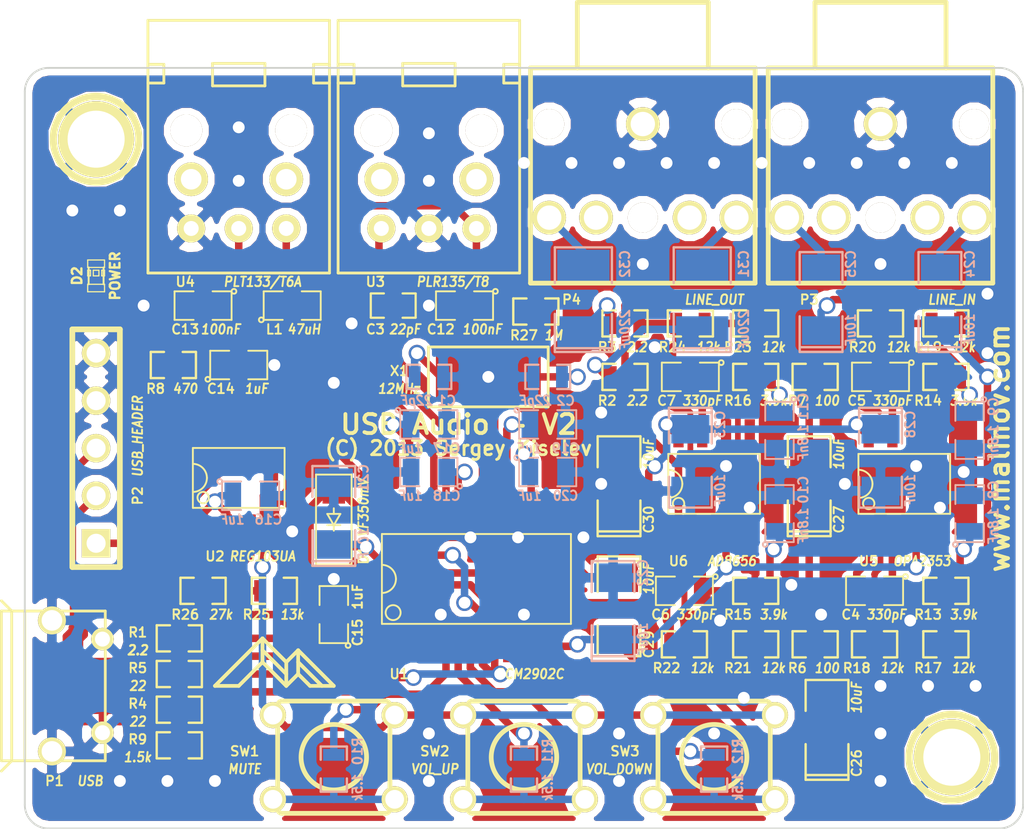
<source format=kicad_pcb>
(kicad_pcb (version 3) (host pcbnew "(2013-05-16 BZR 4016)-stable")
  (layers (15 F.Cu signal) (0 B.Cu signal) (18 B.Paste user) (19 F.Paste user) (20 B.SilkS user) (21 F.SilkS user) (22 B.Mask user) (23 F.Mask user) (28 Edge.Cuts user))
  (net 0 "")
  (net 1 GND)
  (net 2 N-000001)
  (net 3 N-0000010)
  (net 4 N-0000011)
  (net 5 N-0000014)
  (net 6 N-0000015)
  (net 7 N-0000017)
  (net 8 N-0000018)
  (net 9 N-0000019)
  (net 10 N-000002)
  (net 11 N-0000021)
  (net 12 N-0000022)
  (net 13 N-0000023)
  (net 14 N-0000024)
  (net 15 N-0000025)
  (net 16 N-0000026)
  (net 17 N-0000027)
  (net 18 N-0000028)
  (net 19 N-0000029)
  (net 20 N-000003)
  (net 21 N-0000030)
  (net 22 N-0000031)
  (net 23 N-0000032)
  (net 24 N-0000033)
  (net 25 N-0000034)
  (net 26 N-0000035)
  (net 27 N-0000036)
  (net 28 N-0000037)
  (net 29 N-0000038)
  (net 30 N-0000039)
  (net 31 N-000004)
  (net 32 N-0000040)
  (net 33 N-0000041)
  (net 34 N-0000043)
  (net 35 N-0000044)
  (net 36 N-0000045)
  (net 37 N-0000046)
  (net 38 N-0000047)
  (net 39 N-0000048)
  (net 40 N-0000049)
  (net 41 N-000005)
  (net 42 N-0000050)
  (net 43 N-0000053)
  (net 44 N-0000054)
  (net 45 N-0000057)
  (net 46 N-0000058)
  (net 47 N-0000059)
  (net 48 N-000006)
  (net 49 N-0000060)
  (net 50 N-0000061)
  (net 51 N-0000064)
  (net 52 N-0000065)
  (net 53 N-0000066)
  (net 54 N-000007)
  (net 55 N-000008)
  (net 56 N-000009)
  (module SW_Tact_6mm (layer F.Cu) (at 151.13 125.73 180)
    (fp_text reference SW3 (at 4.7625 0.3175 180) (layer F.SilkS) (effects (font (size 0.508 0.508) (thickness 0.1016))))
    (fp_text value VOL_DOWN (at 5.08 -0.635 180) (layer F.SilkS) (effects (font (size 0.508 0.4572) (thickness 0.1016) italic)))
    (pad 1 thru_hole circle (at 3.2512 -2.25044 180) (size 1.39954 1.39954) (drill 1.00076) (layers *.Cu *.Mask F.SilkS) (net 25 N-0000034))
    (pad 2 thru_hole circle (at 3.2512 2.25044 180) (size 1.39954 1.39954) (drill 1.00076) (layers *.Cu *.Mask F.SilkS) (net 24 N-0000033))
    (pad 1 thru_hole circle (at -3.2512 -2.25044 180) (size 1.39954 1.39954) (drill 1.00076) (layers *.Cu *.Mask F.SilkS) (net 25 N-0000034))
    (pad 2 thru_hole circle (at -3.2512 2.25044 180) (size 1.39954 1.39954) (drill 1.00076) (layers *.Cu *.Mask F.SilkS) (net 24 N-0000033))
  )
  (module SW_Tact_6mm (layer F.Cu) (at 140.97 125.73 180)
    (fp_text reference SW2 (at 4.7625 0.3175 180) (layer F.SilkS) (effects (font (size 0.508 0.508) (thickness 0.1016))))
    (fp_text value VOL_UP (at 4.7625 -0.635 180) (layer F.SilkS) (effects (font (size 0.508 0.4572) (thickness 0.1016) italic)))
    (pad 1 thru_hole circle (at 3.2512 -2.25044 180) (size 1.39954 1.39954) (drill 1.00076) (layers *.Cu *.Mask F.SilkS) (net 26 N-0000035))
    (pad 2 thru_hole circle (at 3.2512 2.25044 180) (size 1.39954 1.39954) (drill 1.00076) (layers *.Cu *.Mask F.SilkS) (net 24 N-0000033))
    (pad 1 thru_hole circle (at -3.2512 -2.25044 180) (size 1.39954 1.39954) (drill 1.00076) (layers *.Cu *.Mask F.SilkS) (net 26 N-0000035))
    (pad 2 thru_hole circle (at -3.2512 2.25044 180) (size 1.39954 1.39954) (drill 1.00076) (layers *.Cu *.Mask F.SilkS) (net 24 N-0000033))
  )
  (module SW_Tact_6mm (layer F.Cu) (at 130.81 125.73 180)
    (fp_text reference SW1 (at 4.7625 0.3175 180) (layer F.SilkS) (effects (font (size 0.508 0.508) (thickness 0.1016))))
    (fp_text value MUTE (at 4.7625 -0.635 180) (layer F.SilkS) (effects (font (size 0.508 0.4572) (thickness 0.1016) italic)))
    (pad 1 thru_hole circle (at 3.2512 -2.25044 180) (size 1.39954 1.39954) (drill 1.00076) (layers *.Cu *.Mask F.SilkS) (net 27 N-0000036))
    (pad 2 thru_hole circle (at 3.2512 2.25044 180) (size 1.39954 1.39954) (drill 1.00076) (layers *.Cu *.Mask F.SilkS) (net 24 N-0000033))
    (pad 1 thru_hole circle (at -3.2512 -2.25044 180) (size 1.39954 1.39954) (drill 1.00076) (layers *.Cu *.Mask F.SilkS) (net 27 N-0000036))
    (pad 2 thru_hole circle (at -3.2512 2.25044 180) (size 1.39954 1.39954) (drill 1.00076) (layers *.Cu *.Mask F.SilkS) (net 24 N-0000033))
  )
  (module PIN_ARRAY_5x1 (layer F.Cu) (at 118.11 109.22 90)
    (fp_text reference P2 (at -2.54 2.2225 90) (layer F.SilkS) (effects (font (size 0.508 0.508) (thickness 0.1016))))
    (fp_text value USB_HEADER (at 0.635 2.2225 90) (layer F.SilkS) (effects (font (size 0.508 0.4572) (thickness 0.1016) italic)))
    (pad 1 thru_hole rect (at -5.08 0 90) (size 1.524 1.524) (drill 1.016) (layers *.Cu *.Mask F.SilkS) (net 32 N-0000040))
    (pad 2 thru_hole circle (at -2.54 0 90) (size 1.524 1.524) (drill 1.016) (layers *.Cu *.Mask F.SilkS) (net 33 N-0000041))
    (pad 3 thru_hole circle (at 0 0 90) (size 1.524 1.524) (drill 1.016) (layers *.Cu *.Mask F.SilkS) (net 28 N-0000037))
    (pad 4 thru_hole circle (at 2.54 0 90) (size 1.524 1.524) (drill 1.016) (layers *.Cu *.Mask F.SilkS) (net 1 GND))
    (pad 5 thru_hole circle (at 5.08 0 90) (size 1.524 1.524) (drill 1.016) (layers *.Cu *.Mask F.SilkS) (net 1 GND))
  )
  (module Conn_Audio_3.5mm_Stereo (layer F.Cu) (at 147.32 88.9)
    (fp_text reference P4 (at -3.81 12.3825) (layer F.SilkS) (effects (font (size 0.508 0.508) (thickness 0.1016))))
    (fp_text value LINE_OUT (at 3.81 12.3825) (layer F.SilkS) (effects (font (size 0.508 0.4572) (thickness 0.1016) italic)))
    (pad 1 thru_hole circle (at 0 2.99974) (size 1.80086 1.80086) (drill 1.30048) (layers *.Cu *.Mask F.SilkS) (net 1 GND))
    (pad 2 thru_hole circle (at -5.00126 8.001) (size 1.80086 1.80086) (drill 1.30048) (layers *.Cu *.Mask F.SilkS) (net 44 N-0000054))
    (pad 3 thru_hole circle (at -2.49936 8.001) (size 1.80086 1.80086) (drill 1.30048) (layers *.Cu *.Mask F.SilkS))
    (pad 4 thru_hole circle (at 2.49936 8.001) (size 1.80086 1.80086) (drill 1.30048) (layers *.Cu *.Mask F.SilkS))
    (pad 5 thru_hole circle (at 5.00126 8.001) (size 1.80086 1.80086) (drill 1.30048) (layers *.Cu *.Mask F.SilkS) (net 40 N-0000049))
    (pad "" thru_hole circle (at 0 8.001) (size 1.6002 1.6002) (drill 1.6002) (layers *.Cu *.Mask F.SilkS))
    (pad "" thru_hole circle (at -5.00126 2.99974) (size 1.6002 1.6002) (drill 1.6002) (layers *.Cu *.Mask F.SilkS))
    (pad "" thru_hole circle (at 5.00126 2.99974) (size 1.6002 1.6002) (drill 1.6002) (layers *.Cu *.Mask F.SilkS))
  )
  (module Conn_Audio_3.5mm_Stereo (layer F.Cu) (at 160.02 88.9)
    (fp_text reference P3 (at -3.81 12.3825) (layer F.SilkS) (effects (font (size 0.508 0.508) (thickness 0.1016))))
    (fp_text value LINE_IN (at 3.81 12.3825) (layer F.SilkS) (effects (font (size 0.508 0.4572) (thickness 0.1016) italic)))
    (pad 1 thru_hole circle (at 0 2.99974) (size 1.80086 1.80086) (drill 1.30048) (layers *.Cu *.Mask F.SilkS) (net 1 GND))
    (pad 2 thru_hole circle (at -5.00126 8.001) (size 1.80086 1.80086) (drill 1.30048) (layers *.Cu *.Mask F.SilkS) (net 42 N-0000050))
    (pad 3 thru_hole circle (at -2.49936 8.001) (size 1.80086 1.80086) (drill 1.30048) (layers *.Cu *.Mask F.SilkS))
    (pad 4 thru_hole circle (at 2.49936 8.001) (size 1.80086 1.80086) (drill 1.30048) (layers *.Cu *.Mask F.SilkS))
    (pad 5 thru_hole circle (at 5.00126 8.001) (size 1.80086 1.80086) (drill 1.30048) (layers *.Cu *.Mask F.SilkS) (net 43 N-0000053))
    (pad "" thru_hole circle (at 0 8.001) (size 1.6002 1.6002) (drill 1.6002) (layers *.Cu *.Mask F.SilkS))
    (pad "" thru_hole circle (at -5.00126 2.99974) (size 1.6002 1.6002) (drill 1.6002) (layers *.Cu *.Mask F.SilkS))
    (pad "" thru_hole circle (at 5.00126 2.99974) (size 1.6002 1.6002) (drill 1.6002) (layers *.Cu *.Mask F.SilkS))
  )
  (module SM0603_Resistor (layer F.Cu) (at 146.3675 102.5525 180)
    (fp_text reference R3 (at 0.9525 -1.27 180) (layer F.SilkS) (effects (font (size 0.508 0.508) (thickness 0.1016))))
    (fp_text value 2.2 (at -0.635 -1.27 180) (layer F.SilkS) (effects (font (size 0.508 0.4572) (thickness 0.1016) italic)))
    (pad 1 smd rect (at -0.762 0 180) (size 0.635 1.143) (layers F.Cu F.Paste F.Mask) (net 16 N-0000026))
    (pad 2 smd rect (at 0.762 0 180) (size 0.635 1.143) (layers F.Cu F.Paste F.Mask) (net 55 N-000008))
  )
  (module SM0603_Resistor (layer F.Cu) (at 122.555 121.285)
    (fp_text reference R5 (at -2.2225 -0.3175) (layer F.SilkS) (effects (font (size 0.508 0.508) (thickness 0.1016))))
    (fp_text value 22 (at -2.2225 0.635) (layer F.SilkS) (effects (font (size 0.508 0.4572) (thickness 0.1016) italic)))
    (pad 1 smd rect (at -0.762 0) (size 0.635 1.143) (layers F.Cu F.Paste F.Mask) (net 33 N-0000041))
    (pad 2 smd rect (at 0.762 0) (size 0.635 1.143) (layers F.Cu F.Paste F.Mask) (net 39 N-0000048))
  )
  (module SM0603_Resistor (layer F.Cu) (at 156.5275 119.6975 180)
    (fp_text reference R6 (at 0.9525 -1.27 180) (layer F.SilkS) (effects (font (size 0.508 0.508) (thickness 0.1016))))
    (fp_text value 100 (at -0.635 -1.27 180) (layer F.SilkS) (effects (font (size 0.508 0.4572) (thickness 0.1016) italic)))
    (pad 1 smd rect (at -0.762 0 180) (size 0.635 1.143) (layers F.Cu F.Paste F.Mask) (net 41 N-000005))
    (pad 2 smd rect (at 0.762 0 180) (size 0.635 1.143) (layers F.Cu F.Paste F.Mask) (net 20 N-000003))
  )
  (module SM0603_Resistor (layer F.Cu) (at 156.5275 105.41 180)
    (fp_text reference R7 (at 0.9525 -1.27 180) (layer F.SilkS) (effects (font (size 0.508 0.508) (thickness 0.1016))))
    (fp_text value 100 (at -0.635 -1.27 180) (layer F.SilkS) (effects (font (size 0.508 0.4572) (thickness 0.1016) italic)))
    (pad 1 smd rect (at -0.762 0 180) (size 0.635 1.143) (layers F.Cu F.Paste F.Mask) (net 2 N-000001))
    (pad 2 smd rect (at 0.762 0 180) (size 0.635 1.143) (layers F.Cu F.Paste F.Mask) (net 31 N-000004))
  )
  (module SM0603_Resistor (layer F.Cu) (at 122.555 125.095)
    (fp_text reference R9 (at -2.2225 -0.3175) (layer F.SilkS) (effects (font (size 0.508 0.508) (thickness 0.1016))))
    (fp_text value 1.5k (at -2.2225 0.635) (layer F.SilkS) (effects (font (size 0.508 0.4572) (thickness 0.1016) italic)))
    (pad 1 smd rect (at -0.762 0) (size 0.635 1.143) (layers F.Cu F.Paste F.Mask) (net 28 N-0000037))
    (pad 2 smd rect (at 0.762 0) (size 0.635 1.143) (layers F.Cu F.Paste F.Mask) (net 30 N-0000039))
  )
  (module SM0603_Resistor (layer B.Cu) (at 130.81 126.365 270)
    (fp_text reference R10 (at -0.9525 -1.27 270) (layer B.SilkS) (effects (font (size 0.508 0.508) (thickness 0.1016)) (justify mirror)))
    (fp_text value 1.5k (at 0.9525 -1.27 270) (layer B.SilkS) (effects (font (size 0.508 0.4572) (thickness 0.1016) italic) (justify mirror)))
    (pad 1 smd rect (at -0.762 0 270) (size 0.635 1.143) (layers B.Cu B.Paste B.Mask) (net 22 N-0000031))
    (pad 2 smd rect (at 0.762 0 270) (size 0.635 1.143) (layers B.Cu B.Paste B.Mask) (net 27 N-0000036))
  )
  (module SM0603_Resistor (layer B.Cu) (at 140.97 126.365 270)
    (fp_text reference R11 (at -0.9525 -1.27 270) (layer B.SilkS) (effects (font (size 0.508 0.4572) (thickness 0.1016)) (justify mirror)))
    (fp_text value 1.5k (at 0.9525 -1.27 270) (layer B.SilkS) (effects (font (size 0.508 0.4572) (thickness 0.1016) italic) (justify mirror)))
    (pad 1 smd rect (at -0.762 0 270) (size 0.635 1.143) (layers B.Cu B.Paste B.Mask) (net 23 N-0000032))
    (pad 2 smd rect (at 0.762 0 270) (size 0.635 1.143) (layers B.Cu B.Paste B.Mask) (net 26 N-0000035))
  )
  (module SM0603_Resistor (layer F.Cu) (at 122.2375 104.775 180)
    (fp_text reference R8 (at 0.9525 -1.27 180) (layer F.SilkS) (effects (font (size 0.508 0.508) (thickness 0.1016))))
    (fp_text value 470 (at -0.635 -1.27 180) (layer F.SilkS) (effects (font (size 0.508 0.4572) (thickness 0.1016) italic)))
    (pad 1 smd rect (at -0.762 0 180) (size 0.635 1.143) (layers F.Cu F.Paste F.Mask) (net 32 N-0000040))
    (pad 2 smd rect (at 0.762 0 180) (size 0.635 1.143) (layers F.Cu F.Paste F.Mask) (net 29 N-0000038))
  )
  (module SM0603_Resistor (layer F.Cu) (at 122.555 123.19)
    (fp_text reference R4 (at -2.2225 -0.3175) (layer F.SilkS) (effects (font (size 0.508 0.508) (thickness 0.1016))))
    (fp_text value 22 (at -2.2225 0.635) (layer F.SilkS) (effects (font (size 0.508 0.4572) (thickness 0.1016) italic)))
    (pad 1 smd rect (at -0.762 0) (size 0.635 1.143) (layers F.Cu F.Paste F.Mask) (net 28 N-0000037))
    (pad 2 smd rect (at 0.762 0) (size 0.635 1.143) (layers F.Cu F.Paste F.Mask) (net 38 N-0000047))
  )
  (module SM0603_Resistor (layer F.Cu) (at 122.555 119.38)
    (fp_text reference R1 (at -2.2225 -0.3175) (layer F.SilkS) (effects (font (size 0.508 0.508) (thickness 0.1016))))
    (fp_text value 2.2 (at -2.2225 0.635) (layer F.SilkS) (effects (font (size 0.508 0.4572) (thickness 0.1143) italic)))
    (pad 1 smd rect (at -0.762 0) (size 0.635 1.143) (layers F.Cu F.Paste F.Mask) (net 32 N-0000040))
    (pad 2 smd rect (at 0.762 0) (size 0.635 1.143) (layers F.Cu F.Paste F.Mask) (net 51 N-0000064))
  )
  (module SM0603_Resistor (layer F.Cu) (at 146.3675 105.41 180)
    (fp_text reference R2 (at 0.9525 -1.27 180) (layer F.SilkS) (effects (font (size 0.508 0.508) (thickness 0.1016))))
    (fp_text value 2.2 (at -0.635 -1.27 180) (layer F.SilkS) (effects (font (size 0.508 0.4572) (thickness 0.1016) italic)))
    (pad 1 smd rect (at -0.762 0 180) (size 0.635 1.143) (layers F.Cu F.Paste F.Mask) (net 14 N-0000024))
    (pad 2 smd rect (at 0.762 0 180) (size 0.635 1.143) (layers F.Cu F.Paste F.Mask) (net 3 N-0000010))
  )
  (module SM0805 (layer B.Cu) (at 154.6225 112.7125 90)
    (fp_text reference C10 (at 1.27 1.27 90) (layer B.SilkS) (effects (font (size 0.508 0.508) (thickness 0.1016)) (justify mirror)))
    (fp_text value 1.8nF (at -0.635 1.27 90) (layer B.SilkS) (effects (font (size 0.508 0.4572) (thickness 0.1016) italic) (justify mirror)))
    (pad 1 smd rect (at -0.9525 0 90) (size 0.889 1.397) (layers B.Cu B.Paste B.Mask) (net 17 N-0000027))
    (pad 2 smd rect (at 0.9525 0 90) (size 0.889 1.397) (layers B.Cu B.Paste B.Mask) (net 1 GND))
  )
  (module SM0805 (layer B.Cu) (at 164.7825 108.2675 270)
    (fp_text reference C9 (at -1.27 -1.27 270) (layer B.SilkS) (effects (font (size 0.508 0.508) (thickness 0.1016)) (justify mirror)))
    (fp_text value 1.8nF (at 0.635 -1.27 270) (layer B.SilkS) (effects (font (size 0.508 0.4572) (thickness 0.1016) italic) (justify mirror)))
    (pad 1 smd rect (at -0.9525 0 270) (size 0.889 1.397) (layers B.Cu B.Paste B.Mask) (net 8 N-0000018))
    (pad 2 smd rect (at 0.9525 0 270) (size 0.889 1.397) (layers B.Cu B.Paste B.Mask) (net 1 GND))
  )
  (module SM0805 (layer B.Cu) (at 154.6225 108.2675 270)
    (fp_text reference C11 (at -1.27 -1.27 270) (layer B.SilkS) (effects (font (size 0.508 0.508) (thickness 0.1016)) (justify mirror)))
    (fp_text value 1.8nF (at 0.635 -1.27 270) (layer B.SilkS) (effects (font (size 0.508 0.4572) (thickness 0.1016) italic) (justify mirror)))
    (pad 1 smd rect (at -0.9525 0 270) (size 0.889 1.397) (layers B.Cu B.Paste B.Mask) (net 18 N-0000028))
    (pad 2 smd rect (at 0.9525 0 270) (size 0.889 1.397) (layers B.Cu B.Paste B.Mask) (net 1 GND))
  )
  (module SM0805 (layer F.Cu) (at 137.795 101.6 180)
    (fp_text reference C12 (at 1.27 -1.27 180) (layer F.SilkS) (effects (font (size 0.508 0.508) (thickness 0.1016))))
    (fp_text value 100nF (at -0.9525 -1.27 180) (layer F.SilkS) (effects (font (size 0.508 0.4572) (thickness 0.1016) italic)))
    (pad 1 smd rect (at -0.9525 0 180) (size 0.889 1.397) (layers F.Cu F.Paste F.Mask) (net 50 N-0000061))
    (pad 2 smd rect (at 0.9525 0 180) (size 0.889 1.397) (layers F.Cu F.Paste F.Mask) (net 1 GND))
  )
  (module SM0805 (layer F.Cu) (at 123.825 101.6 180)
    (fp_text reference C13 (at 0.9525 -1.27 180) (layer F.SilkS) (effects (font (size 0.508 0.508) (thickness 0.1016))))
    (fp_text value 100nF (at -0.9525 -1.27 180) (layer F.SilkS) (effects (font (size 0.508 0.4572) (thickness 0.1016) italic)))
    (pad 1 smd rect (at -0.9525 0 180) (size 0.889 1.397) (layers F.Cu F.Paste F.Mask) (net 51 N-0000064))
    (pad 2 smd rect (at 0.9525 0 180) (size 0.889 1.397) (layers F.Cu F.Paste F.Mask) (net 1 GND))
  )
  (module SM0805 (layer F.Cu) (at 149.5425 116.84 180)
    (fp_text reference C6 (at 1.27 -1.27 180) (layer F.SilkS) (effects (font (size 0.508 0.508) (thickness 0.1016))))
    (fp_text value 330pF (at -0.635 -1.27 180) (layer F.SilkS) (effects (font (size 0.508 0.4572) (thickness 0.1016) italic)))
    (pad 1 smd rect (at -0.9525 0 180) (size 0.889 1.397) (layers F.Cu F.Paste F.Mask) (net 13 N-0000023))
    (pad 2 smd rect (at 0.9525 0 180) (size 0.889 1.397) (layers F.Cu F.Paste F.Mask) (net 14 N-0000024))
  )
  (module SM0805 (layer B.Cu) (at 164.7825 112.7125 90)
    (fp_text reference C8 (at 1.27 1.27 90) (layer B.SilkS) (effects (font (size 0.508 0.508) (thickness 0.1016)) (justify mirror)))
    (fp_text value 1.8nF (at -0.635 1.27 90) (layer B.SilkS) (effects (font (size 0.508 0.4572) (thickness 0.1016) italic) (justify mirror)))
    (pad 1 smd rect (at -0.9525 0 90) (size 0.889 1.397) (layers B.Cu B.Paste B.Mask) (net 7 N-0000017))
    (pad 2 smd rect (at 0.9525 0 90) (size 0.889 1.397) (layers B.Cu B.Paste B.Mask) (net 1 GND))
  )
  (module SM0805 (layer F.Cu) (at 149.86 105.41 180)
    (fp_text reference C7 (at 1.27 -1.27 180) (layer F.SilkS) (effects (font (size 0.508 0.508) (thickness 0.1016))))
    (fp_text value 330pF (at -0.635 -1.27 180) (layer F.SilkS) (effects (font (size 0.508 0.4572) (thickness 0.1016) italic)))
    (pad 1 smd rect (at -0.9525 0 180) (size 0.889 1.397) (layers F.Cu F.Paste F.Mask) (net 15 N-0000025))
    (pad 2 smd rect (at 0.9525 0 180) (size 0.889 1.397) (layers F.Cu F.Paste F.Mask) (net 16 N-0000026))
  )
  (module SM0805 (layer F.Cu) (at 160.02 105.41 180)
    (fp_text reference C5 (at 1.27 -1.27 180) (layer F.SilkS) (effects (font (size 0.508 0.508) (thickness 0.1016))))
    (fp_text value 330pF (at -0.635 -1.27 180) (layer F.SilkS) (effects (font (size 0.508 0.4572) (thickness 0.1016) italic)))
    (pad 1 smd rect (at -0.9525 0 180) (size 0.889 1.397) (layers F.Cu F.Paste F.Mask) (net 10 N-000002))
    (pad 2 smd rect (at 0.9525 0 180) (size 0.889 1.397) (layers F.Cu F.Paste F.Mask) (net 2 N-000001))
  )
  (module SM0805 (layer F.Cu) (at 159.7025 116.84 180)
    (fp_text reference C4 (at 1.27 -1.27 180) (layer F.SilkS) (effects (font (size 0.508 0.508) (thickness 0.1016))))
    (fp_text value 330pF (at -0.635 -1.27 180) (layer F.SilkS) (effects (font (size 0.508 0.4572) (thickness 0.1016) italic)))
    (pad 1 smd rect (at -0.9525 0 180) (size 0.889 1.397) (layers F.Cu F.Paste F.Mask) (net 48 N-000006))
    (pad 2 smd rect (at 0.9525 0 180) (size 0.889 1.397) (layers F.Cu F.Paste F.Mask) (net 41 N-000005))
  )
  (module SM0603_Capa (layer F.Cu) (at 133.985 101.6)
    (fp_text reference C3 (at -0.9525 1.27) (layer F.SilkS) (effects (font (size 0.508 0.508) (thickness 0.1016))))
    (fp_text value 22pF (at 0.635 1.27) (layer F.SilkS) (effects (font (size 0.508 0.4572) (thickness 0.1016) italic)))
    (pad 1 smd rect (at -0.762 0) (size 0.635 1.143) (layers F.Cu F.Paste F.Mask) (net 49 N-0000060))
    (pad 2 smd rect (at 0.762 0) (size 0.635 1.143) (layers F.Cu F.Paste F.Mask) (net 1 GND))
  )
  (module SM0603_Capa (layer B.Cu) (at 142.24 105.41 180)
    (fp_text reference C2 (at -0.9525 -1.27 180) (layer B.SilkS) (effects (font (size 0.508 0.508) (thickness 0.1016)) (justify mirror)))
    (fp_text value 22pF (at 0.635 -1.27 180) (layer B.SilkS) (effects (font (size 0.508 0.4572) (thickness 0.1016) italic) (justify mirror)))
    (pad 1 smd rect (at -0.762 0 180) (size 0.635 1.143) (layers B.Cu B.Paste B.Mask) (net 53 N-0000066))
    (pad 2 smd rect (at 0.762 0 180) (size 0.635 1.143) (layers B.Cu B.Paste B.Mask) (net 1 GND))
  )
  (module SM0603_Capa (layer B.Cu) (at 135.89 105.41)
    (fp_text reference C1 (at 0.9525 1.27) (layer B.SilkS) (effects (font (size 0.508 0.508) (thickness 0.1016)) (justify mirror)))
    (fp_text value 22pF (at -0.635 1.27) (layer B.SilkS) (effects (font (size 0.508 0.4572) (thickness 0.1016) italic) (justify mirror)))
    (pad 1 smd rect (at -0.762 0) (size 0.635 1.143) (layers B.Cu B.Paste B.Mask) (net 52 N-0000065))
    (pad 2 smd rect (at 0.762 0) (size 0.635 1.143) (layers B.Cu B.Paste B.Mask) (net 1 GND))
  )
  (module Everlight-T8 (layer F.Cu) (at 135.89 86.36)
    (fp_text reference U3 (at -2.8575 13.97) (layer F.SilkS) (effects (font (size 0.508 0.508) (thickness 0.1016))))
    (fp_text value PLR135/T8 (at 1.27 13.97) (layer F.SilkS) (effects (font (size 0.508 0.4572) (thickness 0.1016) italic)))
    (pad ~ thru_hole circle (at -2.8 5.88) (size 1.7 1.7) (drill 1.7) (layers *.Cu *.Mask F.SilkS))
    (pad ~ thru_hole circle (at 2.8 5.88) (size 1.7 1.7) (drill 1.7) (layers *.Cu *.Mask F.SilkS))
    (pad 4 thru_hole circle (at -2.54 8.49) (size 1.8 1.8) (drill 1.1) (layers *.Cu *.Mask F.SilkS))
    (pad 5 thru_hole circle (at 2.54 8.49) (size 1.8 1.8) (drill 1.1) (layers *.Cu *.Mask F.SilkS))
    (pad 1 thru_hole circle (at -2.54 11.12) (size 1.5 1.5) (drill 0.8) (layers *.Cu *.Mask F.SilkS) (net 49 N-0000060))
    (pad 3 thru_hole circle (at 2.54 11.12) (size 1.5 1.5) (drill 0.8) (layers *.Cu *.Mask F.SilkS) (net 50 N-0000061))
    (pad 2 thru_hole circle (at 0 11.12) (size 1.5 1.5) (drill 0.8) (layers *.Cu *.Mask F.SilkS) (net 1 GND))
  )
  (module Everlight-T8 (layer F.Cu) (at 125.73 86.36)
    (fp_text reference U4 (at -2.8575 13.97) (layer F.SilkS) (effects (font (size 0.508 0.508) (thickness 0.1016))))
    (fp_text value PLT133/T6A (at 1.27 13.97) (layer F.SilkS) (effects (font (size 0.508 0.4572) (thickness 0.1016) italic)))
    (pad ~ thru_hole circle (at -2.8 5.88) (size 1.7 1.7) (drill 1.7) (layers *.Cu *.Mask F.SilkS))
    (pad ~ thru_hole circle (at 2.8 5.88) (size 1.7 1.7) (drill 1.7) (layers *.Cu *.Mask F.SilkS))
    (pad 4 thru_hole circle (at -2.54 8.49) (size 1.8 1.8) (drill 1.1) (layers *.Cu *.Mask F.SilkS))
    (pad 5 thru_hole circle (at 2.54 8.49) (size 1.8 1.8) (drill 1.1) (layers *.Cu *.Mask F.SilkS))
    (pad 1 thru_hole circle (at -2.54 11.12) (size 1.5 1.5) (drill 0.8) (layers *.Cu *.Mask F.SilkS) (net 1 GND))
    (pad 3 thru_hole circle (at 2.54 11.12) (size 1.5 1.5) (drill 0.8) (layers *.Cu *.Mask F.SilkS) (net 4 N-0000011))
    (pad 2 thru_hole circle (at 0 11.12) (size 1.5 1.5) (drill 0.8) (layers *.Cu *.Mask F.SilkS) (net 51 N-0000064))
  )
  (module Crystal_5.0x3.2mm (layer F.Cu) (at 139.065 105.41)
    (fp_text reference X1 (at -4.7625 -0.3175) (layer F.SilkS) (effects (font (size 0.508 0.508) (thickness 0.1016))))
    (fp_text value 12MHz (at -4.7625 0.635) (layer F.SilkS) (effects (font (size 0.508 0.4572) (thickness 0.1016) italic)))
    (pad 1 smd rect (at -1.9 0) (size 1.8 2.4) (layers F.Cu F.Paste F.Mask) (net 52 N-0000065))
    (pad 2 smd rect (at 1.9 0) (size 1.8 2.4) (layers F.Cu F.Paste F.Mask) (net 53 N-0000066))
  )
  (module Hole_3mm (layer F.Cu) (at 118.11 92.71)
    (fp_text reference HOLE1 hide)
    (fp_text value CONN_1 hide)
    (pad 1 thru_hole circle (at 0 0) (size 4.064 4.064) (drill 3.048) (layers *.Cu *.Mask F.SilkS) (net 1 GND))
  )
  (module Hole_3mm (layer F.Cu) (at 163.83 125.73)
    (fp_text reference HOLE2 hide)
    (fp_text value CONN_1 hide)
    (pad 1 thru_hole circle (at 0 0) (size 4.064 4.064) (drill 3.048) (layers *.Cu *.Mask F.SilkS) (net 1 GND))
  )
  (module SM1206POL (layer F.Cu) (at 146.05 117.7925 270)
    (fp_text reference C29 (at 1.905 -1.5875 270) (layer F.SilkS) (effects (font (size 0.508 0.508) (thickness 0.1016))))
    (fp_text value 10uF (at -1.5875 -1.5875 270) (layer F.SilkS) (effects (font (size 0.508 0.4572) (thickness 0.1016) italic)))
    (pad 1 smd rect (at -1.651 0 270) (size 1.524 2.032) (layers F.Cu F.Paste F.Mask) (net 19 N-0000029))
    (pad 2 smd rect (at 1.651 0 270) (size 1.524 2.032) (layers F.Cu F.Paste F.Mask) (net 54 N-000007))
  )
  (module SM1206POL (layer B.Cu) (at 163.195 101.2825 90)
    (fp_text reference C24 (at 1.905 1.5875 90) (layer B.SilkS) (effects (font (size 0.508 0.508) (thickness 0.1016)) (justify mirror)))
    (fp_text value 10uF (at -1.5875 1.5875 90) (layer B.SilkS) (effects (font (size 0.508 0.4572) (thickness 0.1016) italic) (justify mirror)))
    (pad 1 smd rect (at -1.651 0 90) (size 1.524 2.032) (layers B.Cu B.Paste B.Mask) (net 5 N-0000014))
    (pad 2 smd rect (at 1.651 0 90) (size 1.524 2.032) (layers B.Cu B.Paste B.Mask) (net 43 N-0000053))
  )
  (module SM1206POL (layer F.Cu) (at 156.21 111.125 90)
    (fp_text reference C27 (at -1.905 1.5875 90) (layer F.SilkS) (effects (font (size 0.508 0.508) (thickness 0.1016))))
    (fp_text value 10uF (at 1.5875 1.5875 90) (layer F.SilkS) (effects (font (size 0.508 0.4572) (thickness 0.1016) italic)))
    (pad 1 smd rect (at -1.651 0 90) (size 1.524 2.032) (layers F.Cu F.Paste F.Mask) (net 36 N-0000045))
    (pad 2 smd rect (at 1.651 0 90) (size 1.524 2.032) (layers F.Cu F.Paste F.Mask) (net 31 N-000004))
  )
  (module SM1206POL (layer B.Cu) (at 160.02 109.855 270)
    (fp_text reference C28 (at -1.905 -1.5875 270) (layer B.SilkS) (effects (font (size 0.508 0.508) (thickness 0.1016)) (justify mirror)))
    (fp_text value 10uF (at 1.5875 -1.5875 270) (layer B.SilkS) (effects (font (size 0.508 0.4572) (thickness 0.1016) italic) (justify mirror)))
    (pad 1 smd rect (at -1.651 0 270) (size 1.524 2.032) (layers B.Cu B.Paste B.Mask) (net 9 N-0000019))
    (pad 2 smd rect (at 1.651 0 270) (size 1.524 2.032) (layers B.Cu B.Paste B.Mask) (net 1 GND))
  )
  (module SM1206POL (layer B.Cu) (at 145.7325 117.7925 90)
    (fp_text reference C22 (at 1.905 1.5875 90) (layer B.SilkS) (effects (font (size 0.508 0.508) (thickness 0.1016)) (justify mirror)))
    (fp_text value 10uF (at -1.5875 1.5875 90) (layer B.SilkS) (effects (font (size 0.508 0.4572) (thickness 0.1016) italic) (justify mirror)))
    (pad 1 smd rect (at -1.651 0 90) (size 1.524 2.032) (layers B.Cu B.Paste B.Mask) (net 37 N-0000046))
    (pad 2 smd rect (at 1.651 0 90) (size 1.524 2.032) (layers B.Cu B.Paste B.Mask) (net 1 GND))
  )
  (module SM1206POL (layer B.Cu) (at 149.86 109.855 270)
    (fp_text reference C23 (at -1.905 -1.5875 270) (layer B.SilkS) (effects (font (size 0.508 0.508) (thickness 0.1016)) (justify mirror)))
    (fp_text value 10uF (at 1.5875 -1.5875 270) (layer B.SilkS) (effects (font (size 0.508 0.4572) (thickness 0.1016) italic) (justify mirror)))
    (pad 1 smd rect (at -1.651 0 270) (size 1.524 2.032) (layers B.Cu B.Paste B.Mask) (net 9 N-0000019))
    (pad 2 smd rect (at 1.651 0 270) (size 1.524 2.032) (layers B.Cu B.Paste B.Mask) (net 1 GND))
  )
  (module SM1206POL (layer F.Cu) (at 157.1625 124.1425 90)
    (fp_text reference C26 (at -1.905 1.5875 90) (layer F.SilkS) (effects (font (size 0.508 0.508) (thickness 0.1016))))
    (fp_text value 10uF (at 1.5875 1.5875 90) (layer F.SilkS) (effects (font (size 0.508 0.4572) (thickness 0.1016) italic)))
    (pad 1 smd rect (at -1.651 0 90) (size 1.524 2.032) (layers F.Cu F.Paste F.Mask) (net 35 N-0000044))
    (pad 2 smd rect (at 1.651 0 90) (size 1.524 2.032) (layers F.Cu F.Paste F.Mask) (net 20 N-000003))
  )
  (module SM1206POL (layer B.Cu) (at 156.845 101.2825 90)
    (fp_text reference C25 (at 1.905 1.5875 90) (layer B.SilkS) (effects (font (size 0.508 0.508) (thickness 0.1016)) (justify mirror)))
    (fp_text value 10uF (at -1.5875 1.5875 90) (layer B.SilkS) (effects (font (size 0.508 0.4572) (thickness 0.1016) italic) (justify mirror)))
    (pad 1 smd rect (at -1.651 0 90) (size 1.524 2.032) (layers B.Cu B.Paste B.Mask) (net 6 N-0000015))
    (pad 2 smd rect (at 1.651 0 90) (size 1.524 2.032) (layers B.Cu B.Paste B.Mask) (net 42 N-0000050))
  )
  (module SM0805 (layer B.Cu) (at 142.24 110.49)
    (fp_text reference C20 (at 0.9525 1.27) (layer B.SilkS) (effects (font (size 0.508 0.4572) (thickness 0.1016)) (justify mirror)))
    (fp_text value 1uF (at -0.9525 1.27) (layer B.SilkS) (effects (font (size 0.508 0.4572) (thickness 0.1016) italic) (justify mirror)))
    (pad 1 smd rect (at -0.9525 0) (size 0.889 1.397) (layers B.Cu B.Paste B.Mask) (net 47 N-0000059))
    (pad 2 smd rect (at 0.9525 0) (size 0.889 1.397) (layers B.Cu B.Paste B.Mask) (net 1 GND))
  )
  (module SM0603_Resistor (layer F.Cu) (at 153.3525 102.5525 180)
    (fp_text reference R23 (at 0.9525 -1.27 180) (layer F.SilkS) (effects (font (size 0.508 0.508) (thickness 0.1016))))
    (fp_text value 12k (at -0.9525 -1.27 180) (layer F.SilkS) (effects (font (size 0.508 0.4572) (thickness 0.1016) italic)))
    (pad 1 smd rect (at -0.762 0 180) (size 0.635 1.143) (layers F.Cu F.Paste F.Mask) (net 56 N-000009))
    (pad 2 smd rect (at 0.762 0 180) (size 0.635 1.143) (layers F.Cu F.Paste F.Mask) (net 18 N-0000028))
  )
  (module SM0603_Resistor (layer F.Cu) (at 153.3525 119.6975 180)
    (fp_text reference R21 (at 0.9525 -1.27 180) (layer F.SilkS) (effects (font (size 0.508 0.508) (thickness 0.1016))))
    (fp_text value 12k (at -0.9525 -1.27 180) (layer F.SilkS) (effects (font (size 0.508 0.4572) (thickness 0.1016) italic)))
    (pad 1 smd rect (at -0.762 0 180) (size 0.635 1.143) (layers F.Cu F.Paste F.Mask) (net 54 N-000007))
    (pad 2 smd rect (at 0.762 0 180) (size 0.635 1.143) (layers F.Cu F.Paste F.Mask) (net 17 N-0000027))
  )
  (module SM0603_Resistor (layer F.Cu) (at 153.3525 105.41 180)
    (fp_text reference R16 (at 0.9525 -1.27 180) (layer F.SilkS) (effects (font (size 0.508 0.508) (thickness 0.1016))))
    (fp_text value 3.9k (at -0.9525 -1.27 180) (layer F.SilkS) (effects (font (size 0.508 0.4572) (thickness 0.1016) italic)))
    (pad 1 smd rect (at -0.762 0 180) (size 0.635 1.143) (layers F.Cu F.Paste F.Mask) (net 18 N-0000028))
    (pad 2 smd rect (at 0.762 0 180) (size 0.635 1.143) (layers F.Cu F.Paste F.Mask) (net 15 N-0000025))
  )
  (module SM0603_Resistor (layer F.Cu) (at 153.3525 116.84 180)
    (fp_text reference R15 (at 0.9525 -1.27 180) (layer F.SilkS) (effects (font (size 0.508 0.508) (thickness 0.1016))))
    (fp_text value 3.9k (at -0.9525 -1.27 180) (layer F.SilkS) (effects (font (size 0.508 0.4572) (thickness 0.1016) italic)))
    (pad 1 smd rect (at -0.762 0 180) (size 0.635 1.143) (layers F.Cu F.Paste F.Mask) (net 17 N-0000027))
    (pad 2 smd rect (at 0.762 0 180) (size 0.635 1.143) (layers F.Cu F.Paste F.Mask) (net 13 N-0000023))
  )
  (module SM0603_Resistor (layer F.Cu) (at 163.5125 119.6975 180)
    (fp_text reference R17 (at 0.9525 -1.27 180) (layer F.SilkS) (effects (font (size 0.508 0.508) (thickness 0.1016))))
    (fp_text value 12k (at -0.9525 -1.27 180) (layer F.SilkS) (effects (font (size 0.508 0.4572) (thickness 0.1016) italic)))
    (pad 1 smd rect (at -0.762 0 180) (size 0.635 1.143) (layers F.Cu F.Paste F.Mask) (net 5 N-0000014))
    (pad 2 smd rect (at 0.762 0 180) (size 0.635 1.143) (layers F.Cu F.Paste F.Mask) (net 7 N-0000017))
  )
  (module SM0603_Resistor (layer F.Cu) (at 149.5425 119.6975 180)
    (fp_text reference R22 (at 0.9525 -1.27 180) (layer F.SilkS) (effects (font (size 0.508 0.508) (thickness 0.1016))))
    (fp_text value 12k (at -0.9525 -1.27 180) (layer F.SilkS) (effects (font (size 0.508 0.4572) (thickness 0.1016) italic)))
    (pad 1 smd rect (at -0.762 0 180) (size 0.635 1.143) (layers F.Cu F.Paste F.Mask) (net 17 N-0000027))
    (pad 2 smd rect (at 0.762 0 180) (size 0.635 1.143) (layers F.Cu F.Paste F.Mask) (net 14 N-0000024))
  )
  (module SM0603_Resistor (layer F.Cu) (at 149.86 102.5525 180)
    (fp_text reference R24 (at 0.9525 -1.27 180) (layer F.SilkS) (effects (font (size 0.508 0.508) (thickness 0.1016))))
    (fp_text value 12k (at -0.9525 -1.27 180) (layer F.SilkS) (effects (font (size 0.508 0.4572) (thickness 0.1016) italic)))
    (pad 1 smd rect (at -0.762 0 180) (size 0.635 1.143) (layers F.Cu F.Paste F.Mask) (net 18 N-0000028))
    (pad 2 smd rect (at 0.762 0 180) (size 0.635 1.143) (layers F.Cu F.Paste F.Mask) (net 16 N-0000026))
  )
  (module SM0603_Resistor (layer F.Cu) (at 160.02 102.5525 180)
    (fp_text reference R20 (at 0.9525 -1.27 180) (layer F.SilkS) (effects (font (size 0.508 0.508) (thickness 0.1016))))
    (fp_text value 12k (at -0.9525 -1.27 180) (layer F.SilkS) (effects (font (size 0.508 0.4572) (thickness 0.1016) italic)))
    (pad 1 smd rect (at -0.762 0 180) (size 0.635 1.143) (layers F.Cu F.Paste F.Mask) (net 8 N-0000018))
    (pad 2 smd rect (at 0.762 0 180) (size 0.635 1.143) (layers F.Cu F.Paste F.Mask) (net 2 N-000001))
  )
  (module SM0603_Resistor (layer F.Cu) (at 159.7025 119.6975 180)
    (fp_text reference R18 (at 0.9525 -1.27 180) (layer F.SilkS) (effects (font (size 0.508 0.508) (thickness 0.1016))))
    (fp_text value 12k (at -0.9525 -1.27 180) (layer F.SilkS) (effects (font (size 0.508 0.4572) (thickness 0.1016) italic)))
    (pad 1 smd rect (at -0.762 0 180) (size 0.635 1.143) (layers F.Cu F.Paste F.Mask) (net 7 N-0000017))
    (pad 2 smd rect (at 0.762 0 180) (size 0.635 1.143) (layers F.Cu F.Paste F.Mask) (net 41 N-000005))
  )
  (module SM0603_Resistor (layer F.Cu) (at 163.5125 102.5525 180)
    (fp_text reference R19 (at 0.9525 -1.27 180) (layer F.SilkS) (effects (font (size 0.508 0.508) (thickness 0.1016))))
    (fp_text value 12k (at -0.9525 -1.27 180) (layer F.SilkS) (effects (font (size 0.508 0.4572) (thickness 0.1016) italic)))
    (pad 1 smd rect (at -0.762 0 180) (size 0.635 1.143) (layers F.Cu F.Paste F.Mask) (net 6 N-0000015))
    (pad 2 smd rect (at 0.762 0 180) (size 0.635 1.143) (layers F.Cu F.Paste F.Mask) (net 8 N-0000018))
  )
  (module SM0603_Resistor (layer B.Cu) (at 151.13 126.365 270)
    (fp_text reference R12 (at -0.9525 -1.27 270) (layer B.SilkS) (effects (font (size 0.50038 0.4572) (thickness 0.1143)) (justify mirror)))
    (fp_text value 1.5k (at 0.9525 -1.27 270) (layer B.SilkS) (effects (font (size 0.508 0.4572) (thickness 0.1143)) (justify mirror)))
    (pad 1 smd rect (at -0.762 0 270) (size 0.635 1.143) (layers B.Cu B.Paste B.Mask) (net 21 N-0000030))
    (pad 2 smd rect (at 0.762 0 270) (size 0.635 1.143) (layers B.Cu B.Paste B.Mask) (net 25 N-0000034))
  )
  (module SM0603_Resistor (layer F.Cu) (at 163.5125 105.41 180)
    (fp_text reference R14 (at 0.9525 -1.27 180) (layer F.SilkS) (effects (font (size 0.508 0.508) (thickness 0.1016))))
    (fp_text value 3.9k (at -0.9525 -1.27 180) (layer F.SilkS) (effects (font (size 0.508 0.4572) (thickness 0.1016) italic)))
    (pad 1 smd rect (at -0.762 0 180) (size 0.635 1.143) (layers F.Cu F.Paste F.Mask) (net 8 N-0000018))
    (pad 2 smd rect (at 0.762 0 180) (size 0.635 1.143) (layers F.Cu F.Paste F.Mask) (net 10 N-000002))
  )
  (module SM0603_Resistor (layer F.Cu) (at 163.5125 116.84 180)
    (fp_text reference R13 (at 0.9525 -1.27 180) (layer F.SilkS) (effects (font (size 0.508 0.508) (thickness 0.1016))))
    (fp_text value 3.9k (at -0.9525 -1.27 180) (layer F.SilkS) (effects (font (size 0.508 0.4572) (thickness 0.1016) italic)))
    (pad 1 smd rect (at -0.762 0 180) (size 0.635 1.143) (layers F.Cu F.Paste F.Mask) (net 7 N-0000017))
    (pad 2 smd rect (at 0.762 0 180) (size 0.635 1.143) (layers F.Cu F.Paste F.Mask) (net 48 N-000006))
  )
  (module SM0603_Resistor (layer F.Cu) (at 127.635 116.84 180)
    (fp_text reference R25 (at 0.9525 -1.27 180) (layer F.SilkS) (effects (font (size 0.508 0.508) (thickness 0.1016))))
    (fp_text value 13k (at -0.9525 -1.27 180) (layer F.SilkS) (effects (font (size 0.508 0.4572) (thickness 0.1016) italic)))
    (pad 1 smd rect (at -0.762 0 180) (size 0.635 1.143) (layers F.Cu F.Paste F.Mask) (net 1 GND))
    (pad 2 smd rect (at 0.762 0 180) (size 0.635 1.143) (layers F.Cu F.Paste F.Mask) (net 11 N-0000021))
  )
  (module SM0603_Resistor (layer F.Cu) (at 123.825 116.84 180)
    (fp_text reference R26 (at 0.9525 -1.27 180) (layer F.SilkS) (effects (font (size 0.508 0.508) (thickness 0.1016))))
    (fp_text value 27k (at -0.9525 -1.27 180) (layer F.SilkS) (effects (font (size 0.508 0.4572) (thickness 0.1016) italic)))
    (pad 1 smd rect (at -0.762 0 180) (size 0.635 1.143) (layers F.Cu F.Paste F.Mask) (net 11 N-0000021))
    (pad 2 smd rect (at 0.762 0 180) (size 0.635 1.143) (layers F.Cu F.Paste F.Mask) (net 9 N-0000019))
  )
  (module SM0603_Resistor (layer F.Cu) (at 141.605 101.9175)
    (fp_text reference R27 (at -0.635 1.27) (layer F.SilkS) (effects (font (size 0.508 0.508) (thickness 0.1016))))
    (fp_text value 1M (at 0.9525 1.27) (layer F.SilkS) (effects (font (size 0.508 0.4572) (thickness 0.1016) italic)))
    (pad 1 smd rect (at -0.762 0) (size 0.635 1.143) (layers F.Cu F.Paste F.Mask) (net 52 N-0000065))
    (pad 2 smd rect (at 0.762 0) (size 0.635 1.143) (layers F.Cu F.Paste F.Mask) (net 53 N-0000066))
  )
  (module SM0805 (layer B.Cu) (at 135.89 110.49 180)
    (fp_text reference C18 (at -0.9525 -1.27 180) (layer B.SilkS) (effects (font (size 0.508 0.508) (thickness 0.1016)) (justify mirror)))
    (fp_text value 1uF (at 0.9525 -1.27 180) (layer B.SilkS) (effects (font (size 0.508 0.4572) (thickness 0.1016) italic) (justify mirror)))
    (pad 1 smd rect (at -0.9525 0 180) (size 0.889 1.397) (layers B.Cu B.Paste B.Mask) (net 45 N-0000057))
    (pad 2 smd rect (at 0.9525 0 180) (size 0.889 1.397) (layers B.Cu B.Paste B.Mask) (net 1 GND))
  )
  (module SM0805 (layer F.Cu) (at 125.73 104.775)
    (fp_text reference C14 (at -0.9525 1.27) (layer F.SilkS) (effects (font (size 0.508 0.508) (thickness 0.1016))))
    (fp_text value 1uF (at 0.9525 1.27) (layer F.SilkS) (effects (font (size 0.508 0.4572) (thickness 0.1016) italic)))
    (pad 1 smd rect (at -0.9525 0) (size 0.889 1.397) (layers F.Cu F.Paste F.Mask) (net 32 N-0000040))
    (pad 2 smd rect (at 0.9525 0) (size 0.889 1.397) (layers F.Cu F.Paste F.Mask) (net 1 GND))
  )
  (module SM0805 (layer B.Cu) (at 142.24 107.95)
    (fp_text reference C19 (at 0.9525 1.27) (layer B.SilkS) (effects (font (size 0.508 0.508) (thickness 0.1016)) (justify mirror)))
    (fp_text value 1uF (at -0.9525 1.27) (layer B.SilkS) (effects (font (size 0.508 0.4572) (thickness 0.1016) italic) (justify mirror)))
    (pad 1 smd rect (at -0.9525 0) (size 0.889 1.397) (layers B.Cu B.Paste B.Mask) (net 46 N-0000058))
    (pad 2 smd rect (at 0.9525 0) (size 0.889 1.397) (layers B.Cu B.Paste B.Mask) (net 1 GND))
  )
  (module SM0805 (layer B.Cu) (at 135.89 107.95)
    (fp_text reference C17 (at 0.9525 1.27) (layer B.SilkS) (effects (font (size 0.508 0.508) (thickness 0.1016)) (justify mirror)))
    (fp_text value 1uF (at -0.9525 1.27) (layer B.SilkS) (effects (font (size 0.508 0.4572) (thickness 0.1016) italic) (justify mirror)))
    (pad 1 smd rect (at -0.9525 0) (size 0.889 1.397) (layers B.Cu B.Paste B.Mask) (net 30 N-0000039))
    (pad 2 smd rect (at 0.9525 0) (size 0.889 1.397) (layers B.Cu B.Paste B.Mask) (net 1 GND))
  )
  (module SM0805 (layer B.Cu) (at 126.365 111.76)
    (fp_text reference C16 (at 0.9525 1.27) (layer B.SilkS) (effects (font (size 0.508 0.508) (thickness 0.1016)) (justify mirror)))
    (fp_text value 1uF (at -0.9525 1.27) (layer B.SilkS) (effects (font (size 0.508 0.4572) (thickness 0.1016) italic) (justify mirror)))
    (pad 1 smd rect (at -0.9525 0) (size 0.889 1.397) (layers B.Cu B.Paste B.Mask) (net 9 N-0000019))
    (pad 2 smd rect (at 0.9525 0) (size 0.889 1.397) (layers B.Cu B.Paste B.Mask) (net 1 GND))
  )
  (module SM0805 (layer F.Cu) (at 130.81 118.11 90)
    (fp_text reference C15 (at -0.9525 1.27 90) (layer F.SilkS) (effects (font (size 0.50038 0.50038) (thickness 0.10922))))
    (fp_text value 1uF (at 0.9525 1.27 90) (layer F.SilkS) (effects (font (size 0.50038 0.50038) (thickness 0.10922))))
    (pad 1 smd rect (at -0.9525 0 90) (size 0.889 1.397) (layers F.Cu F.Paste F.Mask) (net 51 N-0000064))
    (pad 2 smd rect (at 0.9525 0 90) (size 0.889 1.397) (layers F.Cu F.Paste F.Mask) (net 1 GND))
  )
  (module SM1206POL (layer B.Cu) (at 130.81 112.7125 90)
    (fp_text reference C21 (at 1.905 1.5875 90) (layer B.SilkS) (effects (font (size 0.508 0.508) (thickness 0.1016)) (justify mirror)))
    (fp_text value 10uF (at -1.5875 1.5875 90) (layer B.SilkS) (effects (font (size 0.508 0.4572) (thickness 0.1016) italic) (justify mirror)))
    (pad 1 smd rect (at -1.651 0 90) (size 1.524 2.032) (layers B.Cu B.Paste B.Mask) (net 12 N-0000022))
    (pad 2 smd rect (at 1.651 0 90) (size 1.524 2.032) (layers B.Cu B.Paste B.Mask) (net 1 GND))
  )
  (module SSOP-28 (layer F.Cu) (at 138.43 116.205)
    (fp_text reference U1 (at -4.1275 5.08) (layer F.SilkS) (effects (font (size 0.508 0.508) (thickness 0.1016))))
    (fp_text value PCM2902C (at 2.8575 5.08) (layer F.SilkS) (effects (font (size 0.508 0.4572) (thickness 0.1016) italic)))
    (pad 1 smd rect (at -4.225 3.6) (size 0.4 1.7) (layers F.Cu F.Paste F.Mask) (net 38 N-0000047))
    (pad 2 smd rect (at -3.575 3.6) (size 0.4 1.7) (layers F.Cu F.Paste F.Mask) (net 39 N-0000048))
    (pad 3 smd rect (at -2.925 3.6) (size 0.4 1.7) (layers F.Cu F.Paste F.Mask) (net 51 N-0000064))
    (pad 4 smd rect (at -2.275 3.6) (size 0.4 1.7) (layers F.Cu F.Paste F.Mask) (net 1 GND))
    (pad 5 smd rect (at -1.625 3.6) (size 0.4 1.7) (layers F.Cu F.Paste F.Mask) (net 22 N-0000031))
    (pad 6 smd rect (at -0.975 3.6) (size 0.4 1.7) (layers F.Cu F.Paste F.Mask) (net 23 N-0000032))
    (pad 7 smd rect (at -0.325 3.6) (size 0.4 1.7) (layers F.Cu F.Paste F.Mask) (net 21 N-0000030))
    (pad 8 smd rect (at 0.325 3.6) (size 0.4 1.7) (layers F.Cu F.Paste F.Mask) (net 30 N-0000039))
    (pad 9 smd rect (at 0.975 3.6) (size 0.4 1.7) (layers F.Cu F.Paste F.Mask) (net 30 N-0000039))
    (pad 10 smd rect (at 1.625 3.6) (size 0.4 1.7) (layers F.Cu F.Paste F.Mask) (net 12 N-0000022))
    (pad 11 smd rect (at 2.275 3.6) (size 0.4 1.7) (layers F.Cu F.Paste F.Mask) (net 1 GND))
    (pad 12 smd rect (at 2.925 3.6) (size 0.4 1.7) (layers F.Cu F.Paste F.Mask) (net 35 N-0000044))
    (pad 13 smd rect (at 3.575 3.6) (size 0.4 1.7) (layers F.Cu F.Paste F.Mask) (net 36 N-0000045))
    (pad 14 smd rect (at 4.225 3.6) (size 0.4 1.7) (layers F.Cu F.Paste F.Mask) (net 37 N-0000046))
    (pad 15 smd rect (at 4.225 -3.6) (size 0.4 1.7) (layers F.Cu F.Paste F.Mask) (net 34 N-0000043))
    (pad 16 smd rect (at 3.575 -3.6) (size 0.4 1.7) (layers F.Cu F.Paste F.Mask) (net 19 N-0000029))
    (pad 17 smd rect (at 2.925 -3.6) (size 0.4 1.7) (layers F.Cu F.Paste F.Mask) (net 47 N-0000059))
    (pad 18 smd rect (at 2.275 -3.6) (size 0.4 1.7) (layers F.Cu F.Paste F.Mask) (net 1 GND))
    (pad 19 smd rect (at 1.625 -3.6) (size 0.4 1.7) (layers F.Cu F.Paste F.Mask) (net 46 N-0000058))
    (pad 20 smd rect (at 0.975 -3.6) (size 0.4 1.7) (layers F.Cu F.Paste F.Mask) (net 53 N-0000066))
    (pad 21 smd rect (at 0.325 -3.6) (size 0.4 1.7) (layers F.Cu F.Paste F.Mask) (net 52 N-0000065))
    (pad 22 smd rect (at -0.325 -3.6) (size 0.4 1.7) (layers F.Cu F.Paste F.Mask) (net 1 GND))
    (pad 23 smd rect (at -0.975 -3.6) (size 0.4 1.7) (layers F.Cu F.Paste F.Mask) (net 45 N-0000057))
    (pad 24 smd rect (at -1.625 -3.6) (size 0.4 1.7) (layers F.Cu F.Paste F.Mask) (net 49 N-0000060))
    (pad 25 smd rect (at -2.275 -3.6) (size 0.4 1.7) (layers F.Cu F.Paste F.Mask) (net 4 N-0000011))
    (pad 26 smd rect (at -2.925 -3.6) (size 0.4 1.7) (layers F.Cu F.Paste F.Mask) (net 1 GND))
    (pad 27 smd rect (at -3.575 -3.6) (size 0.4 1.7) (layers F.Cu F.Paste F.Mask) (net 30 N-0000039))
    (pad 28 smd rect (at -4.225 -3.6) (size 0.4 1.7) (layers F.Cu F.Paste F.Mask) (net 24 N-0000033))
  )
  (module SOIC-8N (layer F.Cu) (at 125.73 110.8075)
    (fp_text reference U2 (at -1.27 4.191) (layer F.SilkS) (effects (font (size 0.508 0.508) (thickness 0.1016))))
    (fp_text value REG103UA (at 1.27 4.191) (layer F.SilkS) (effects (font (size 0.508 0.4572) (thickness 0.1016) italic)))
    (pad 8 smd rect (at -1.905 -2.7) (size 0.55 1.5) (layers F.Cu F.Paste F.Mask) (net 32 N-0000040))
    (pad 7 smd rect (at -0.635 -2.7) (size 0.55 1.5) (layers F.Cu F.Paste F.Mask) (net 32 N-0000040))
    (pad 6 smd rect (at 0.635 -2.7) (size 0.55 1.5) (layers F.Cu F.Paste F.Mask))
    (pad 5 smd rect (at 1.905 -2.7) (size 0.55 1.5) (layers F.Cu F.Paste F.Mask) (net 24 N-0000033))
    (pad 4 smd rect (at 1.905 2.7) (size 0.55 1.5) (layers F.Cu F.Paste F.Mask) (net 1 GND))
    (pad 3 smd rect (at 0.635 2.7) (size 0.55 1.5) (layers F.Cu F.Paste F.Mask) (net 11 N-0000021))
    (pad 2 smd rect (at -0.635 2.7) (size 0.55 1.5) (layers F.Cu F.Paste F.Mask) (net 9 N-0000019))
    (pad 1 smd rect (at -1.905 2.7) (size 0.55 1.5) (layers F.Cu F.Paste F.Mask) (net 9 N-0000019))
  )
  (module SOIC-8N (layer F.Cu) (at 161.29 111.125)
    (fp_text reference U5 (at -1.905 4.1275) (layer F.SilkS) (effects (font (size 0.508 0.508) (thickness 0.1016))))
    (fp_text value OPA2353 (at 0.9525 4.1275) (layer F.SilkS) (effects (font (size 0.508 0.4572) (thickness 0.1016) italic)))
    (pad 8 smd rect (at -1.905 -2.7) (size 0.55 1.5) (layers F.Cu F.Paste F.Mask) (net 9 N-0000019))
    (pad 7 smd rect (at -0.635 -2.7) (size 0.55 1.5) (layers F.Cu F.Paste F.Mask) (net 2 N-000001))
    (pad 6 smd rect (at 0.635 -2.7) (size 0.55 1.5) (layers F.Cu F.Paste F.Mask) (net 10 N-000002))
    (pad 5 smd rect (at 1.905 -2.7) (size 0.55 1.5) (layers F.Cu F.Paste F.Mask) (net 37 N-0000046))
    (pad 4 smd rect (at 1.905 2.7) (size 0.55 1.5) (layers F.Cu F.Paste F.Mask) (net 1 GND))
    (pad 3 smd rect (at 0.635 2.7) (size 0.55 1.5) (layers F.Cu F.Paste F.Mask) (net 37 N-0000046))
    (pad 2 smd rect (at -0.635 2.7) (size 0.55 1.5) (layers F.Cu F.Paste F.Mask) (net 48 N-000006))
    (pad 1 smd rect (at -1.905 2.7) (size 0.55 1.5) (layers F.Cu F.Paste F.Mask) (net 41 N-000005))
  )
  (module SOIC-8N (layer F.Cu) (at 151.13 111.125)
    (fp_text reference U6 (at -1.905 4.1275) (layer F.SilkS) (effects (font (size 0.508 0.508) (thickness 0.1016))))
    (fp_text value AD8656 (at 0.9525 4.1275) (layer F.SilkS) (effects (font (size 0.508 0.4572) (thickness 0.1016) italic)))
    (pad 8 smd rect (at -1.905 -2.7) (size 0.55 1.5) (layers F.Cu F.Paste F.Mask) (net 9 N-0000019))
    (pad 7 smd rect (at -0.635 -2.7) (size 0.55 1.5) (layers F.Cu F.Paste F.Mask) (net 16 N-0000026))
    (pad 6 smd rect (at 0.635 -2.7) (size 0.55 1.5) (layers F.Cu F.Paste F.Mask) (net 15 N-0000025))
    (pad 5 smd rect (at 1.905 -2.7) (size 0.55 1.5) (layers F.Cu F.Paste F.Mask) (net 37 N-0000046))
    (pad 4 smd rect (at 1.905 2.7) (size 0.55 1.5) (layers F.Cu F.Paste F.Mask) (net 1 GND))
    (pad 3 smd rect (at 0.635 2.7) (size 0.55 1.5) (layers F.Cu F.Paste F.Mask) (net 37 N-0000046))
    (pad 2 smd rect (at -0.635 2.7) (size 0.55 1.5) (layers F.Cu F.Paste F.Mask) (net 13 N-0000023))
    (pad 1 smd rect (at -1.905 2.7) (size 0.55 1.5) (layers F.Cu F.Paste F.Mask) (net 14 N-0000024))
  )
  (module SOD103W (layer F.Cu) (at 130.81 113.03 270)
    (fp_text reference D1 (at 1.905 -1.5875 270) (layer F.SilkS) (effects (font (size 0.508 0.508) (thickness 0.1016))))
    (fp_text value VF350mV (at -0.635 -1.5875 270) (layer F.SilkS) (effects (font (size 0.508 0.4572) (thickness 0.1016) italic)))
    (pad 1 smd rect (at -1.45 0 270) (size 1.2 1.2) (layers F.Cu F.Paste F.Mask) (net 9 N-0000019))
    (pad 2 smd rect (at 1.45 0 270) (size 1.2 1.2) (layers F.Cu F.Paste F.Mask) (net 12 N-0000022))
  )
  (module SM0805 (layer F.Cu) (at 128.5875 101.6)
    (fp_text reference L1 (at -0.9525 1.27) (layer F.SilkS) (effects (font (size 0.508 0.508) (thickness 0.1016))))
    (fp_text value 47uH (at 0.635 1.27) (layer F.SilkS) (effects (font (size 0.508 0.4572) (thickness 0.1016) italic)))
    (pad 1 smd rect (at -0.9525 0) (size 0.889 1.397) (layers F.Cu F.Paste F.Mask) (net 51 N-0000064))
    (pad 2 smd rect (at 0.9525 0) (size 0.889 1.397) (layers F.Cu F.Paste F.Mask) (net 50 N-0000061))
  )
  (module LED-0603 (layer F.Cu) (at 118.11 100.0125 90)
    (fp_text reference D2 (at 0 -1.016 90) (layer F.SilkS) (effects (font (size 0.508 0.508) (thickness 0.127))))
    (fp_text value POWER (at 0 1.016 90) (layer F.SilkS) (effects (font (size 0.508 0.508) (thickness 0.127))))
    (pad 1 smd rect (at -0.7493 0 90) (size 0.79756 0.79756) (layers F.Cu F.Paste F.Mask) (net 29 N-0000038))
    (pad 2 smd rect (at 0.7493 0 90) (size 0.79756 0.79756) (layers F.Cu F.Paste F.Mask) (net 1 GND))
  )
  (module SM1210L (layer B.Cu) (at 144.145 101.2825 90)
    (fp_text reference C32 (at 1.905 2.2225 90) (layer B.SilkS) (effects (font (size 0.508 0.508) (thickness 0.1016)) (justify mirror)))
    (fp_text value 220uF (at -1.5875 2.2225 90) (layer B.SilkS) (effects (font (size 0.508 0.4572) (thickness 0.1016) italic) (justify mirror)))
    (pad 1 smd rect (at -1.778 0 90) (size 1.778 2.794) (layers B.Cu B.Paste B.Mask) (net 55 N-000008))
    (pad 2 smd rect (at 1.778 0 90) (size 1.778 2.794) (layers B.Cu B.Paste B.Mask) (net 44 N-0000054))
  )
  (module SM1206POL (layer F.Cu) (at 146.05 111.125 90)
    (fp_text reference C30 (at -1.905 1.5875 90) (layer F.SilkS) (effects (font (size 0.508 0.508) (thickness 0.1016))))
    (fp_text value 10uF (at 1.5875 1.5875 90) (layer F.SilkS) (effects (font (size 0.508 0.4572) (thickness 0.1016) italic)))
    (pad 1 smd rect (at -1.651 0 90) (size 1.524 2.032) (layers F.Cu F.Paste F.Mask) (net 34 N-0000043))
    (pad 2 smd rect (at 1.651 0 90) (size 1.524 2.032) (layers F.Cu F.Paste F.Mask) (net 56 N-000009))
  )
  (module SM1210L (layer B.Cu) (at 150.495 101.2825 90)
    (fp_text reference C31 (at 1.905 2.2225 90) (layer B.SilkS) (effects (font (size 0.508 0.508) (thickness 0.1016)) (justify mirror)))
    (fp_text value 220uF (at -1.5875 2.2225 90) (layer B.SilkS) (effects (font (size 0.508 0.4572) (thickness 0.1016) italic) (justify mirror)))
    (pad 1 smd rect (at -1.778 0 90) (size 1.778 2.794) (layers B.Cu B.Paste B.Mask) (net 3 N-0000010))
    (pad 2 smd rect (at 1.778 0 90) (size 1.778 2.794) (layers B.Cu B.Paste B.Mask) (net 40 N-0000049))
  )
  (module Conn_Micro_USB_B (layer F.Cu) (at 114.3 121.92 270)
    (fp_text reference P1 (at 5.08 -1.5875 360) (layer F.SilkS) (effects (font (size 0.508 0.508) (thickness 0.1016))))
    (fp_text value USB (at 5.08 -3.4925 360) (layer F.SilkS) (effects (font (size 0.508 0.4572) (thickness 0.1016) italic)))
    (pad 8 thru_hole oval (at -3.5 -1.45 270) (size 1.5 1.5) (drill 1.1) (layers *.Cu *.Mask F.SilkS) (net 1 GND))
    (pad 9 thru_hole oval (at 3.5 -1.45 270) (size 1.5 1.5) (drill 1.1) (layers *.Cu *.Mask F.SilkS) (net 1 GND))
    (pad 6 thru_hole circle (at -2.5 -4.15 270) (size 1.2 1.2) (drill 0.8) (layers *.Cu *.Mask F.SilkS) (net 1 GND))
    (pad 7 thru_hole circle (at 2.5 -4.15 270) (size 1.2 1.2) (drill 0.8) (layers *.Cu *.Mask F.SilkS) (net 1 GND))
    (pad 3 smd rect (at 0 -4.4 270) (size 0.4 1.85) (layers F.Cu F.Paste F.Mask) (net 28 N-0000037))
    (pad 2 smd rect (at -0.65 -4.4 270) (size 0.4 1.85) (layers F.Cu F.Paste F.Mask) (net 33 N-0000041))
    (pad 1 smd rect (at -1.3 -4.4 270) (size 0.4 1.85) (layers F.Cu F.Paste F.Mask) (net 32 N-0000040))
    (pad 4 smd rect (at 0.65 -4.4 270) (size 0.4 1.85) (layers F.Cu F.Paste F.Mask))
    (pad 5 smd rect (at 1.3 -4.4 270) (size 0.4 1.85) (layers F.Cu F.Paste F.Mask) (net 1 GND))
  )
  (gr_text www.malinov.com (at 166.37 109.22 90) (layer F.SilkS) (effects (font (size 1.016 1.016) (thickness 0.2032))))
  (gr_line (start 128.905 120.65) (end 130.175 121.92) (angle 90) (layer F.SilkS) (width 0.2))
  (gr_line (start 128.905 120.015) (end 128.905 121.285) (angle 90) (layer F.SilkS) (width 0.2))
  (gr_line (start 127 120.015) (end 128.27 121.285) (angle 90) (layer F.SilkS) (width 0.2))
  (gr_line (start 128.27 120.65) (end 128.27 121.92) (angle 90) (layer F.SilkS) (width 0.2))
  (gr_line (start 127 119.38) (end 127 120.65) (angle 90) (layer F.SilkS) (width 0.2))
  (gr_line (start 125.73 121.92) (end 124.46 121.92) (angle 90) (layer F.SilkS) (width 0.2))
  (gr_line (start 127 120.65) (end 125.73 121.92) (angle 90) (layer F.SilkS) (width 0.2))
  (gr_line (start 128.27 121.92) (end 127 120.65) (angle 90) (layer F.SilkS) (width 0.2))
  (gr_line (start 128.905 121.285) (end 128.27 121.92) (angle 90) (layer F.SilkS) (width 0.2))
  (gr_line (start 129.54 121.92) (end 128.905 121.285) (angle 90) (layer F.SilkS) (width 0.2))
  (gr_line (start 130.81 121.92) (end 129.54 121.92) (angle 90) (layer F.SilkS) (width 0.2))
  (gr_line (start 128.905 120.015) (end 130.81 121.92) (angle 90) (layer F.SilkS) (width 0.2))
  (gr_line (start 128.27 120.65) (end 128.905 120.015) (angle 90) (layer F.SilkS) (width 0.2))
  (gr_line (start 127 119.38) (end 128.27 120.65) (angle 90) (layer F.SilkS) (width 0.2))
  (gr_line (start 124.46 121.92) (end 127 119.38) (angle 90) (layer F.SilkS) (width 0.2))
  (gr_text "(C) 2013 Sergey Kiselev" (at 137.4775 109.22) (layer F.SilkS) (effects (font (size 0.762 0.762) (thickness 0.1524))))
  (gr_text "USB Audio - V2" (at 137.4775 107.95) (layer F.SilkS) (effects (font (size 1.016 1.016) (thickness 0.2032))))
  (gr_line (start 166.37 88.9) (end 115.57 88.9) (angle 90) (layer Edge.Cuts) (width 0.1))
  (gr_line (start 167.64 128.27) (end 167.64 90.17) (angle 90) (layer Edge.Cuts) (width 0.1))
  (gr_line (start 115.57 129.54) (end 166.37 129.54) (angle 90) (layer Edge.Cuts) (width 0.1))
  (gr_line (start 114.3 90.17) (end 114.3 128.27) (angle 90) (layer Edge.Cuts) (width 0.1))
  (gr_arc (start 115.57 90.17) (end 114.3 90.17) (angle 90) (layer Edge.Cuts) (width 0.1))
  (gr_arc (start 115.57 128.27) (end 115.57 129.54) (angle 90) (layer Edge.Cuts) (width 0.1))
  (gr_arc (start 166.37 128.27) (end 167.64 128.27) (angle 90) (layer Edge.Cuts) (width 0.1))
  (gr_arc (start 166.37 90.17) (end 166.37 88.9) (angle 90) (layer Edge.Cuts) (width 0.1))
  (segment (start 118.45 124.42) (end 118.45 123.47) (width 0.4) (layer F.Cu) (net 1))
  (segment (start 118.45 123.47) (end 118.7 123.22) (width 0.4) (layer F.Cu) (net 1))
  (segment (start 117.475 123.825) (end 117.1575 123.5075) (width 0.4) (layer F.Cu) (net 1))
  (segment (start 117.1575 123.5075) (end 117.1575 123.19) (width 0.4) (layer F.Cu) (net 1))
  (segment (start 117.1575 123.19) (end 117.1875 123.22) (width 0.4) (layer F.Cu) (net 1))
  (segment (start 117.1875 123.22) (end 118.7 123.22) (width 0.4) (layer F.Cu) (net 1))
  (segment (start 120.3325 123.5075) (end 120.045 123.22) (width 0.4) (layer F.Cu) (net 1))
  (segment (start 120.045 123.22) (end 118.7 123.22) (width 0.4) (layer F.Cu) (net 1))
  (segment (start 117.855 123.825) (end 117.475 123.825) (width 0.4) (layer F.Cu) (net 1))
  (segment (start 117.855 123.825) (end 118.45 124.42) (width 0.4) (layer F.Cu) (net 1))
  (segment (start 120.3325 123.5075) (end 120.015 123.825) (width 0.4) (layer F.Cu) (net 1))
  (segment (start 120.015 123.825) (end 119.38 123.825) (width 0.4) (layer F.Cu) (net 1))
  (segment (start 119.38 123.825) (end 119.045 123.825) (width 0.4) (layer F.Cu) (net 1))
  (segment (start 119.045 123.825) (end 118.45 124.42) (width 0.4) (layer F.Cu) (net 1))
  (segment (start 153.67 101.2825) (end 153.67 103.1875) (width 0.4) (layer B.Cu) (net 1))
  (via (at 160.02 99.3775) (size 0.889) (layers F.Cu B.Cu) (net 1))
  (segment (start 160.02 103.505) (end 160.02 99.3775) (width 0.4) (layer B.Cu) (net 1))
  (segment (start 159.0675 104.4575) (end 160.02 103.505) (width 0.4) (layer B.Cu) (net 1))
  (segment (start 154.94 104.4575) (end 159.0675 104.4575) (width 0.4) (layer B.Cu) (net 1))
  (segment (start 153.67 103.1875) (end 154.94 104.4575) (width 0.4) (layer B.Cu) (net 1))
  (segment (start 153.67 93.98) (end 153.67 101.2825) (width 0.4) (layer B.Cu) (net 1))
  (via (at 153.67 93.98) (size 0.889) (layers F.Cu B.Cu) (net 1))
  (via (at 147.32 99.3775) (size 0.889) (layers F.Cu B.Cu) (net 1))
  (segment (start 147.32 101.2825) (end 147.32 99.3775) (width 0.4) (layer B.Cu) (net 1))
  (segment (start 153.67 101.2825) (end 147.32 101.2825) (width 0.4) (layer B.Cu) (net 1))
  (segment (start 130.81 111.0615) (end 128.5875 111.0615) (width 0.4) (layer B.Cu) (net 1))
  (segment (start 128.5875 111.0615) (end 128.5875 111.125) (width 0.4) (layer B.Cu) (net 1))
  (segment (start 135.89 127) (end 135.89 124.46) (width 0.4) (layer B.Cu) (net 1))
  (segment (start 133.6675 121.285) (end 135.89 123.5075) (width 0.3048) (layer B.Cu) (net 1))
  (segment (start 133.6675 121.285) (end 133.6675 120.015) (width 0.3048) (layer B.Cu) (net 1))
  (via (at 135.89 127) (size 0.889) (layers F.Cu B.Cu) (net 1))
  (via (at 135.89 124.46) (size 0.889) (layers F.Cu B.Cu) (net 1))
  (segment (start 135.89 124.7775) (end 135.89 124.46) (width 0.3048) (layer B.Cu) (net 1))
  (segment (start 135.89 123.5075) (end 135.89 124.7775) (width 0.3048) (layer B.Cu) (net 1))
  (segment (start 119.38 127) (end 121.92 127) (width 0.4) (layer B.Cu) (net 1))
  (via (at 119.38 127) (size 0.889) (layers F.Cu B.Cu) (net 1))
  (via (at 121.92 127) (size 0.889) (layers F.Cu B.Cu) (net 1))
  (segment (start 121.92 127) (end 124.46 127) (width 0.4) (layer B.Cu) (net 1))
  (via (at 124.46 127) (size 0.889) (layers F.Cu B.Cu) (net 1))
  (segment (start 135.89 92.3925) (end 135.89 94.9325) (width 0.4) (layer B.Cu) (net 1))
  (segment (start 135.89 97.4725) (end 134.9375 96.52) (width 0.4) (layer B.Cu) (net 1))
  (segment (start 134.9375 96.52) (end 134.9375 95.885) (width 0.4) (layer B.Cu) (net 1))
  (segment (start 134.9375 95.885) (end 135.89 94.9325) (width 0.4) (layer B.Cu) (net 1))
  (via (at 135.89 94.9325) (size 0.889) (layers F.Cu B.Cu) (net 1))
  (segment (start 135.89 97.4725) (end 135.89 97.48) (width 0.4) (layer B.Cu) (net 1))
  (via (at 135.89 92.3925) (size 0.889) (layers F.Cu B.Cu) (net 1))
  (segment (start 115.75 125.42) (end 117.1575 125.42) (width 0.4) (layer B.Cu) (net 1))
  (segment (start 117.1575 125.42) (end 117.1575 125.4125) (width 0.4) (layer B.Cu) (net 1))
  (segment (start 115.75 118.42) (end 117.1575 118.42) (width 0.4) (layer B.Cu) (net 1))
  (segment (start 117.1575 118.42) (end 117.1575 118.4275) (width 0.4) (layer B.Cu) (net 1))
  (via (at 127.635 104.775) (size 0.889) (layers F.Cu B.Cu) (net 1))
  (segment (start 127.635 104.775) (end 126.6825 104.775) (width 0.4) (layer F.Cu) (net 1))
  (via (at 120.65 101.6) (size 0.889) (layers F.Cu B.Cu) (net 1))
  (segment (start 120.65 101.6) (end 122.8725 101.6) (width 0.4) (layer F.Cu) (net 1))
  (segment (start 118.11 96.52) (end 118.11 99.2632) (width 0.4) (layer F.Cu) (net 1))
  (segment (start 117.1575 117.1575) (end 117.1575 118.4275) (width 0.4) (layer B.Cu) (net 1))
  (segment (start 117.1575 118.4275) (end 117.1575 125.4125) (width 0.4) (layer B.Cu) (net 1))
  (segment (start 117.1575 125.4125) (end 117.1575 126.8275) (width 0.4) (layer B.Cu) (net 1))
  (segment (start 120.65 117.1575) (end 117.1575 117.1575) (width 0.4) (layer B.Cu) (net 1))
  (segment (start 120.65 114.935) (end 120.65 117.1575) (width 0.4) (layer B.Cu) (net 1))
  (segment (start 120.65 117.1575) (end 120.65 117.22) (width 0.4) (layer B.Cu) (net 1))
  (segment (start 120.65 104.14) (end 120.65 114.935) (width 0.4) (layer B.Cu) (net 1))
  (segment (start 120.65 117.22) (end 118.45 119.42) (width 0.4) (layer B.Cu) (net 1))
  (segment (start 119.38 127) (end 117.33 127) (width 0.4) (layer B.Cu) (net 1))
  (segment (start 117.33 127) (end 117.1575 126.8275) (width 0.4) (layer B.Cu) (net 1))
  (segment (start 119.38 127) (end 119.38 125.35) (width 0.4) (layer B.Cu) (net 1))
  (segment (start 119.38 125.35) (end 118.45 124.42) (width 0.4) (layer B.Cu) (net 1))
  (segment (start 146.05 124.46) (end 146.05 127) (width 0.3048) (layer B.Cu) (net 1))
  (via (at 146.05 127) (size 0.889) (layers F.Cu B.Cu) (net 1))
  (segment (start 146.05 124.46) (end 146.3675 124.7775) (width 0.3048) (layer B.Cu) (net 1))
  (segment (start 146.3675 124.7775) (end 148.2725 124.7775) (width 0.3048) (layer B.Cu) (net 1))
  (segment (start 148.2725 124.7775) (end 148.59 124.46) (width 0.3048) (layer B.Cu) (net 1))
  (segment (start 148.59 124.46) (end 151.13 124.46) (width 0.3048) (layer B.Cu) (net 1))
  (via (at 151.13 124.46) (size 0.889) (layers F.Cu B.Cu) (net 1))
  (segment (start 151.4475 121.285) (end 147.6375 121.285) (width 0.3048) (layer B.Cu) (net 1))
  (segment (start 147.6375 121.285) (end 146.05 122.8725) (width 0.3048) (layer B.Cu) (net 1))
  (segment (start 146.05 122.8725) (end 146.05 124.46) (width 0.3048) (layer B.Cu) (net 1))
  (via (at 146.05 124.46) (size 0.889) (layers F.Cu B.Cu) (net 1))
  (segment (start 151.4475 118.4275) (end 151.4475 121.285) (width 0.3048) (layer B.Cu) (net 1))
  (segment (start 151.4475 121.285) (end 152.7175 122.555) (width 0.3048) (layer B.Cu) (net 1))
  (via (at 152.7175 122.555) (size 0.889) (layers F.Cu B.Cu) (net 1))
  (via (at 161.6075 118.4275) (size 0.889) (layers F.Cu B.Cu) (net 1))
  (segment (start 161.6075 118.4275) (end 161.925 118.745) (width 0.3048) (layer F.Cu) (net 1))
  (segment (start 161.925 118.745) (end 161.925 119.0625) (width 0.3048) (layer F.Cu) (net 1))
  (via (at 151.4475 118.4275) (size 0.889) (layers F.Cu B.Cu) (net 1))
  (segment (start 156.845 118.11) (end 155.2575 116.5225) (width 0.3048) (layer B.Cu) (net 1))
  (via (at 155.2575 116.5225) (size 0.889) (layers F.Cu B.Cu) (net 1))
  (segment (start 161.6075 119.38) (end 158.115 119.38) (width 0.3048) (layer B.Cu) (net 1))
  (segment (start 158.115 119.38) (end 156.845 118.11) (width 0.3048) (layer B.Cu) (net 1))
  (via (at 156.845 118.11) (size 0.889) (layers F.Cu B.Cu) (net 1))
  (segment (start 159.7025 118.11) (end 159.7025 121.6025) (width 0.3048) (layer F.Cu) (net 1))
  (segment (start 159.7025 121.6025) (end 160.02 121.92) (width 0.3048) (layer F.Cu) (net 1))
  (segment (start 159.7025 115.8875) (end 159.7025 118.11) (width 0.3048) (layer F.Cu) (net 1))
  (segment (start 159.7025 118.11) (end 160.02 118.4275) (width 0.3048) (layer F.Cu) (net 1))
  (segment (start 160.02 118.4275) (end 161.29 118.4275) (width 0.3048) (layer F.Cu) (net 1))
  (segment (start 161.29 118.4275) (end 162.56 118.4275) (width 0.3048) (layer F.Cu) (net 1))
  (segment (start 162.56 118.4275) (end 163.5125 117.475) (width 0.3048) (layer F.Cu) (net 1))
  (segment (start 163.5125 117.475) (end 163.5125 115.8875) (width 0.3048) (layer F.Cu) (net 1))
  (segment (start 163.5125 115.8875) (end 163.195 115.57) (width 0.3048) (layer F.Cu) (net 1))
  (segment (start 163.195 115.57) (end 163.195 113.825) (width 0.3048) (layer F.Cu) (net 1))
  (segment (start 161.925 110.1725) (end 160.02 112.0775) (width 0.3048) (layer F.Cu) (net 1))
  (segment (start 160.02 112.0775) (end 160.02 115.57) (width 0.3048) (layer F.Cu) (net 1))
  (segment (start 160.02 115.57) (end 159.7025 115.8875) (width 0.3048) (layer F.Cu) (net 1))
  (segment (start 149.86 109.855) (end 149.86 115.2525) (width 0.3048) (layer F.Cu) (net 1))
  (segment (start 149.86 115.2525) (end 149.86 115.57) (width 0.3048) (layer F.Cu) (net 1))
  (segment (start 149.86 115.57) (end 149.5425 115.8875) (width 0.3048) (layer F.Cu) (net 1))
  (segment (start 149.5425 115.8875) (end 149.5425 118.11) (width 0.3048) (layer F.Cu) (net 1))
  (segment (start 149.5425 118.11) (end 149.86 118.4275) (width 0.3048) (layer F.Cu) (net 1))
  (segment (start 149.86 118.4275) (end 151.4475 118.4275) (width 0.3048) (layer F.Cu) (net 1))
  (segment (start 151.4475 118.4275) (end 152.571286 118.4275) (width 0.3048) (layer F.Cu) (net 1))
  (segment (start 152.571286 118.4275) (end 153.279393 117.719393) (width 0.3048) (layer F.Cu) (net 1))
  (segment (start 153.279393 117.719393) (end 153.279393 115.814393) (width 0.3048) (layer F.Cu) (net 1))
  (segment (start 153.279393 115.814393) (end 153.035 115.57) (width 0.3048) (layer F.Cu) (net 1))
  (segment (start 153.035 115.57) (end 153.035 113.825) (width 0.3048) (layer F.Cu) (net 1))
  (segment (start 153.67 110.8075) (end 153.9875 111.125) (width 0.3048) (layer F.Cu) (net 1))
  (segment (start 153.9875 111.125) (end 158.115 111.125) (width 0.3048) (layer F.Cu) (net 1))
  (via (at 158.115 111.125) (size 0.889) (layers F.Cu B.Cu) (net 1))
  (segment (start 158.115 111.125) (end 158.115 110.8075) (width 0.3048) (layer B.Cu) (net 1))
  (segment (start 158.115 110.8075) (end 158.115 111.4425) (width 0.3048) (layer B.Cu) (net 1))
  (segment (start 147.955 106.9975) (end 147.955 103.8225) (width 0.3048) (layer F.Cu) (net 1))
  (segment (start 144.4625 107.95) (end 145.0975 107.315) (width 0.4) (layer B.Cu) (net 1))
  (via (at 145.0975 107.315) (size 0.889) (layers F.Cu B.Cu) (net 1))
  (segment (start 143.1925 107.95) (end 144.4625 107.95) (width 0.4) (layer B.Cu) (net 1))
  (segment (start 150.1775 110.1725) (end 149.86 109.855) (width 0.3048) (layer F.Cu) (net 1))
  (segment (start 149.86 109.855) (end 149.86 109.22) (width 0.3048) (layer F.Cu) (net 1))
  (segment (start 149.86 109.22) (end 149.86 107.315) (width 0.3048) (layer F.Cu) (net 1))
  (segment (start 149.86 107.315) (end 149.5425 106.9975) (width 0.3048) (layer F.Cu) (net 1))
  (segment (start 149.5425 106.9975) (end 147.955 106.9975) (width 0.3048) (layer F.Cu) (net 1))
  (segment (start 150.1775 110.1725) (end 151.765 110.1725) (width 0.3048) (layer F.Cu) (net 1))
  (segment (start 147.6375 104.775) (end 145.0975 107.315) (width 0.3048) (layer B.Cu) (net 1))
  (segment (start 147.6375 103.8225) (end 147.6375 104.775) (width 0.3048) (layer B.Cu) (net 1))
  (segment (start 147.955 103.8225) (end 147.6375 103.8225) (width 0.3048) (layer B.Cu) (net 1))
  (via (at 147.955 103.8225) (size 0.889) (layers F.Cu B.Cu) (net 1))
  (segment (start 161.925 110.1725) (end 162.56 109.5375) (width 0.3048) (layer F.Cu) (net 1))
  (segment (start 160.5915 111.506) (end 161.925 110.1725) (width 0.4) (layer B.Cu) (net 1))
  (via (at 161.925 110.1725) (size 0.889) (layers F.Cu B.Cu) (net 1))
  (segment (start 160.02 111.506) (end 160.5915 111.506) (width 0.4) (layer B.Cu) (net 1))
  (segment (start 163.83 111.76) (end 163.195 112.395) (width 0.3048) (layer F.Cu) (net 1))
  (segment (start 163.83 107.315) (end 163.83 111.76) (width 0.3048) (layer F.Cu) (net 1))
  (segment (start 163.5125 106.9975) (end 163.83 107.315) (width 0.3048) (layer F.Cu) (net 1))
  (segment (start 162.8775 106.9975) (end 163.5125 106.9975) (width 0.3048) (layer F.Cu) (net 1))
  (segment (start 162.56 107.315) (end 162.8775 106.9975) (width 0.3048) (layer F.Cu) (net 1))
  (segment (start 162.56 109.5375) (end 162.56 107.315) (width 0.3048) (layer F.Cu) (net 1))
  (segment (start 151.765 110.1725) (end 152.0825 110.1725) (width 0.3048) (layer F.Cu) (net 1))
  (segment (start 152.0825 110.1725) (end 152.4 109.855) (width 0.3048) (layer F.Cu) (net 1))
  (segment (start 152.4 109.855) (end 152.4 107.315) (width 0.3048) (layer F.Cu) (net 1))
  (segment (start 152.4 107.315) (end 152.7175 106.9975) (width 0.3048) (layer F.Cu) (net 1))
  (segment (start 152.7175 106.9975) (end 153.3525 106.9975) (width 0.3048) (layer F.Cu) (net 1))
  (segment (start 153.3525 106.9975) (end 153.67 107.315) (width 0.3048) (layer F.Cu) (net 1))
  (segment (start 153.67 107.315) (end 153.67 110.8075) (width 0.3048) (layer F.Cu) (net 1))
  (segment (start 153.67 110.8075) (end 153.67 111.76) (width 0.3048) (layer F.Cu) (net 1))
  (segment (start 153.67 111.76) (end 153.035 112.395) (width 0.3048) (layer F.Cu) (net 1))
  (segment (start 150.4315 111.506) (end 151.765 110.1725) (width 0.4) (layer B.Cu) (net 1))
  (segment (start 149.86 111.506) (end 150.4315 111.506) (width 0.4) (layer B.Cu) (net 1))
  (via (at 151.765 110.1725) (size 0.889) (layers F.Cu B.Cu) (net 1))
  (segment (start 149.86 111.506) (end 150.749 111.506) (width 0.4) (layer B.Cu) (net 1))
  (segment (start 163.195 112.395) (end 163.195 117.7925) (width 0.4) (layer B.Cu) (net 1))
  (segment (start 161.6075 119.38) (end 161.6075 123.5075) (width 0.4) (layer B.Cu) (net 1))
  (segment (start 161.6075 119.38) (end 163.195 117.7925) (width 0.4) (layer B.Cu) (net 1))
  (segment (start 163.195 113.825) (end 163.195 112.395) (width 0.4) (layer F.Cu) (net 1))
  (via (at 163.195 112.395) (size 0.889) (layers F.Cu B.Cu) (net 1))
  (segment (start 163.83 111.76) (end 164.7825 111.76) (width 0.4) (layer B.Cu) (net 1))
  (segment (start 163.195 112.395) (end 163.83 111.76) (width 0.4) (layer B.Cu) (net 1))
  (segment (start 153.035 113.825) (end 153.035 112.395) (width 0.4) (layer F.Cu) (net 1))
  (via (at 153.035 112.395) (size 0.889) (layers F.Cu B.Cu) (net 1))
  (segment (start 153.67 111.76) (end 154.6225 111.76) (width 0.4) (layer B.Cu) (net 1))
  (segment (start 153.035 112.395) (end 153.67 111.76) (width 0.4) (layer B.Cu) (net 1))
  (segment (start 127.635 113.5075) (end 127.7925 113.665) (width 0.4) (layer F.Cu) (net 1))
  (via (at 128.5875 113.665) (size 0.889) (layers F.Cu B.Cu) (net 1))
  (segment (start 127.7925 113.665) (end 128.5875 113.665) (width 0.4) (layer F.Cu) (net 1))
  (segment (start 128.5875 111.76) (end 128.5875 113.665) (width 0.4) (layer B.Cu) (net 1))
  (segment (start 128.5875 113.665) (end 128.5875 114.935) (width 0.4) (layer B.Cu) (net 1))
  (segment (start 128.905 115.2525) (end 128.905 116.205) (width 0.4) (layer B.Cu) (net 1))
  (segment (start 128.905 115.2525) (end 128.5875 114.935) (width 0.4) (layer B.Cu) (net 1))
  (segment (start 128.397 115.697) (end 127.635 114.935) (width 0.4) (layer F.Cu) (net 1))
  (segment (start 128.397 116.84) (end 128.397 115.697) (width 0.4) (layer F.Cu) (net 1))
  (segment (start 127.635 114.935) (end 127.635 113.5075) (width 0.4) (layer F.Cu) (net 1))
  (via (at 140.97 118.11) (size 0.889) (layers F.Cu B.Cu) (net 1))
  (segment (start 140.705 119.805) (end 140.705 118.375) (width 0.4) (layer F.Cu) (net 1))
  (segment (start 140.705 118.375) (end 140.97 118.11) (width 0.4) (layer F.Cu) (net 1))
  (segment (start 136.525 118.11) (end 136.155 118.48) (width 0.4) (layer F.Cu) (net 1))
  (via (at 136.525 118.11) (size 0.889) (layers F.Cu B.Cu) (net 1))
  (segment (start 136.525 118.4275) (end 136.525 118.11) (width 0.4) (layer B.Cu) (net 1))
  (segment (start 136.155 118.48) (end 136.155 119.805) (width 0.4) (layer F.Cu) (net 1))
  (via (at 140.6525 113.9825) (size 0.889) (layers F.Cu B.Cu) (net 1))
  (segment (start 140.6525 113.9825) (end 140.97 113.9825) (width 0.4) (layer B.Cu) (net 1))
  (segment (start 140.6525 113.9825) (end 140.705 113.93) (width 0.4) (layer F.Cu) (net 1))
  (segment (start 138.1125 113.9825) (end 140.6525 113.9825) (width 0.4) (layer F.Cu) (net 1))
  (via (at 138.1125 113.9825) (size 0.889) (layers F.Cu B.Cu) (net 1))
  (segment (start 140.705 113.93) (end 140.705 112.605) (width 0.4) (layer F.Cu) (net 1))
  (segment (start 138.105 112.605) (end 138.1125 112.6125) (width 0.4) (layer F.Cu) (net 1))
  (segment (start 138.1125 112.6125) (end 138.1125 113.9825) (width 0.4) (layer F.Cu) (net 1))
  (segment (start 135.89 113.9825) (end 135.505 113.5975) (width 0.4) (layer F.Cu) (net 1))
  (segment (start 136.2075 113.9825) (end 135.89 113.9825) (width 0.4) (layer F.Cu) (net 1))
  (segment (start 138.1125 113.9825) (end 136.2075 113.9825) (width 0.4) (layer F.Cu) (net 1))
  (segment (start 135.505 113.5975) (end 135.505 112.605) (width 0.4) (layer F.Cu) (net 1))
  (segment (start 163.83 93.98) (end 165.1 93.98) (width 0.4) (layer B.Cu) (net 1))
  (via (at 163.83 93.98) (size 0.889) (layers F.Cu B.Cu) (net 1))
  (segment (start 158.75 93.98) (end 161.29 93.98) (width 0.4) (layer B.Cu) (net 1))
  (via (at 158.75 93.98) (size 0.889) (layers F.Cu B.Cu) (net 1))
  (via (at 161.29 93.98) (size 0.889) (layers F.Cu B.Cu) (net 1))
  (segment (start 163.83 93.98) (end 161.29 93.98) (width 0.4) (layer B.Cu) (net 1))
  (via (at 165.735 104.14) (size 0.889) (layers F.Cu B.Cu) (net 1))
  (segment (start 165.735 100.965) (end 165.735 104.14) (width 0.4) (layer F.Cu) (net 1))
  (via (at 165.735 100.965) (size 0.889) (layers F.Cu B.Cu) (net 1))
  (segment (start 165.735 99.695) (end 165.735 100.965) (width 0.4) (layer B.Cu) (net 1))
  (segment (start 166.37 99.06) (end 165.735 99.695) (width 0.4) (layer B.Cu) (net 1))
  (segment (start 166.37 95.25) (end 166.37 99.06) (width 0.4) (layer B.Cu) (net 1))
  (segment (start 165.1 93.98) (end 166.37 95.25) (width 0.4) (layer B.Cu) (net 1))
  (segment (start 164.7825 110.49) (end 164.465 110.49) (width 0.4) (layer B.Cu) (net 1))
  (via (at 164.465 110.49) (size 0.889) (layers F.Cu B.Cu) (net 1))
  (segment (start 120.65 96.52) (end 119.38 96.52) (width 0.4) (layer B.Cu) (net 1))
  (via (at 116.84 96.52) (size 0.889) (layers F.Cu B.Cu) (net 1))
  (segment (start 119.38 96.52) (end 118.11 96.52) (width 0.4) (layer F.Cu) (net 1))
  (segment (start 118.11 96.52) (end 116.84 96.52) (width 0.4) (layer F.Cu) (net 1))
  (via (at 119.38 96.52) (size 0.889) (layers F.Cu B.Cu) (net 1))
  (segment (start 165.1 121.92) (end 162.56 121.92) (width 0.4) (layer F.Cu) (net 1))
  (via (at 162.56 121.92) (size 0.889) (layers F.Cu B.Cu) (net 1))
  (segment (start 160.02 121.92) (end 160.02 124.46) (width 0.4) (layer B.Cu) (net 1))
  (via (at 160.02 124.46) (size 0.889) (layers F.Cu B.Cu) (net 1))
  (segment (start 161.29 123.5075) (end 160.9725 123.5075) (width 0.4) (layer B.Cu) (net 1))
  (segment (start 160.9725 123.5075) (end 160.02 124.46) (width 0.4) (layer B.Cu) (net 1))
  (segment (start 161.29 123.5075) (end 161.6075 123.5075) (width 0.4) (layer B.Cu) (net 1))
  (via (at 160.02 121.92) (size 0.889) (layers F.Cu B.Cu) (net 1))
  (segment (start 162.56 121.92) (end 160.02 121.92) (width 0.4) (layer B.Cu) (net 1))
  (via (at 165.1 121.92) (size 0.889) (layers F.Cu B.Cu) (net 1))
  (via (at 160.02 127) (size 0.889) (layers F.Cu B.Cu) (net 1))
  (segment (start 160.02 124.46) (end 160.02 127) (width 0.4) (layer B.Cu) (net 1))
  (segment (start 161.6075 123.5075) (end 163.83 125.73) (width 0.4) (layer B.Cu) (net 1))
  (segment (start 137.16 99.06) (end 140.97 99.06) (width 0.4) (layer B.Cu) (net 1))
  (segment (start 136.8425 101.6) (end 135.89 101.6) (width 0.4) (layer F.Cu) (net 1))
  (segment (start 123.19 97.48) (end 123.19 97.4725) (width 0.4) (layer B.Cu) (net 1))
  (via (at 125.73 92.075) (size 0.889) (layers F.Cu B.Cu) (net 1))
  (via (at 125.73 94.9325) (size 0.889) (layers F.Cu B.Cu) (net 1))
  (segment (start 125.73 94.9325) (end 125.73 92.075) (width 0.4) (layer B.Cu) (net 1))
  (segment (start 123.19 97.4725) (end 125.73 94.9325) (width 0.4) (layer B.Cu) (net 1))
  (segment (start 140.97 113.9825) (end 144.145 113.9825) (width 0.4) (layer B.Cu) (net 1))
  (via (at 144.145 113.9825) (size 0.889) (layers F.Cu B.Cu) (net 1))
  (segment (start 123.19 97.4725) (end 123.19 97.48) (width 0.4) (layer F.Cu) (net 1))
  (segment (start 131.7625 104.14) (end 131.7625 102.5525) (width 0.4) (layer B.Cu) (net 1))
  (via (at 131.7625 102.5525) (size 0.889) (layers F.Cu B.Cu) (net 1))
  (segment (start 140.97 105.41) (end 139.065 105.41) (width 0.4) (layer B.Cu) (net 1))
  (via (at 139.065 105.41) (size 0.889) (layers F.Cu B.Cu) (net 1))
  (segment (start 143.1925 110.49) (end 144.4625 110.49) (width 0.4) (layer B.Cu) (net 1))
  (via (at 145.0975 111.125) (size 0.889) (layers F.Cu B.Cu) (net 1))
  (segment (start 144.4625 110.49) (end 145.0975 111.125) (width 0.4) (layer B.Cu) (net 1))
  (segment (start 127.3175 111.76) (end 128.5875 111.76) (width 0.3048) (layer B.Cu) (net 1))
  (segment (start 128.5875 106.3625) (end 127.635 105.41) (width 0.4) (layer B.Cu) (net 1))
  (segment (start 128.5875 111.76) (end 128.5875 111.125) (width 0.4) (layer B.Cu) (net 1))
  (segment (start 128.5875 111.125) (end 128.5875 106.3625) (width 0.4) (layer B.Cu) (net 1))
  (segment (start 120.65 104.14) (end 120.65 102.235) (width 0.4) (layer B.Cu) (net 1))
  (segment (start 120.65 102.235) (end 120.65 101.6) (width 0.4) (layer B.Cu) (net 1))
  (segment (start 120.65 101.6) (end 120.65 100.965) (width 0.4) (layer B.Cu) (net 1))
  (segment (start 145.7325 116.1415) (end 140.97 116.1415) (width 0.4) (layer B.Cu) (net 1))
  (segment (start 140.97 116.1415) (end 140.97 116.205) (width 0.4) (layer B.Cu) (net 1))
  (segment (start 149.86 111.506) (end 149.86 114.3) (width 0.4) (layer B.Cu) (net 1))
  (segment (start 148.0185 116.1415) (end 145.7325 116.1415) (width 0.4) (layer B.Cu) (net 1))
  (segment (start 149.86 114.3) (end 148.0185 116.1415) (width 0.4) (layer B.Cu) (net 1))
  (segment (start 154.6225 111.76) (end 157.1625 111.76) (width 0.4) (layer B.Cu) (net 1))
  (segment (start 159.9565 111.4425) (end 160.02 111.506) (width 0.4) (layer B.Cu) (net 1))
  (segment (start 157.48 111.4425) (end 158.115 111.4425) (width 0.4) (layer B.Cu) (net 1))
  (segment (start 158.115 111.4425) (end 159.9565 111.4425) (width 0.4) (layer B.Cu) (net 1))
  (segment (start 157.1625 111.76) (end 157.48 111.4425) (width 0.4) (layer B.Cu) (net 1))
  (segment (start 154.6225 111.76) (end 154.305 111.76) (width 0.4) (layer B.Cu) (net 1))
  (segment (start 154.6225 111.76) (end 154.6225 109.22) (width 0.4) (layer B.Cu) (net 1))
  (segment (start 164.7825 111.76) (end 164.7825 110.49) (width 0.4) (layer B.Cu) (net 1))
  (segment (start 164.7825 110.49) (end 164.7825 109.22) (width 0.4) (layer B.Cu) (net 1))
  (segment (start 164.7825 111.76) (end 164.465 111.76) (width 0.4) (layer B.Cu) (net 1))
  (segment (start 136.652 105.41) (end 136.652 106.4895) (width 0.4) (layer B.Cu) (net 1))
  (segment (start 136.8425 106.68) (end 136.8425 107.95) (width 0.4) (layer B.Cu) (net 1))
  (segment (start 136.652 106.4895) (end 136.8425 106.68) (width 0.4) (layer B.Cu) (net 1))
  (segment (start 136.652 105.41) (end 140.97 105.41) (width 0.4) (layer B.Cu) (net 1))
  (segment (start 140.97 105.41) (end 141.478 105.41) (width 0.4) (layer B.Cu) (net 1))
  (segment (start 140.97 113.9825) (end 143.1925 111.76) (width 0.4) (layer B.Cu) (net 1))
  (segment (start 143.1925 111.76) (end 143.1925 110.49) (width 0.4) (layer B.Cu) (net 1))
  (segment (start 143.1925 107.95) (end 143.1925 110.49) (width 0.4) (layer B.Cu) (net 1))
  (segment (start 143.1925 107.95) (end 143.1925 106.68) (width 0.4) (layer B.Cu) (net 1))
  (segment (start 143.1925 106.68) (end 141.605 106.68) (width 0.4) (layer B.Cu) (net 1))
  (segment (start 141.605 106.68) (end 141.478 106.553) (width 0.4) (layer B.Cu) (net 1))
  (segment (start 141.478 106.553) (end 141.478 105.41) (width 0.4) (layer B.Cu) (net 1))
  (segment (start 134.9375 110.49) (end 134.9375 109.22) (width 0.4) (layer B.Cu) (net 1))
  (segment (start 134.9375 109.22) (end 136.8425 109.22) (width 0.4) (layer B.Cu) (net 1))
  (segment (start 136.8425 109.22) (end 136.8425 107.95) (width 0.4) (layer B.Cu) (net 1))
  (segment (start 127.635 105.41) (end 127.635 104.775) (width 0.4) (layer B.Cu) (net 1))
  (segment (start 127.635 104.775) (end 127.635 104.14) (width 0.4) (layer B.Cu) (net 1))
  (segment (start 140.97 118.4275) (end 140.97 118.11) (width 0.4) (layer B.Cu) (net 1))
  (segment (start 140.97 118.11) (end 140.97 116.205) (width 0.4) (layer B.Cu) (net 1))
  (segment (start 140.97 116.205) (end 140.97 113.9825) (width 0.4) (layer B.Cu) (net 1))
  (segment (start 136.525 118.4275) (end 140.97 118.4275) (width 0.4) (layer B.Cu) (net 1))
  (segment (start 128.905 120.015) (end 133.6675 120.015) (width 0.4) (layer B.Cu) (net 1))
  (segment (start 133.6675 120.015) (end 134.9375 120.015) (width 0.4) (layer B.Cu) (net 1))
  (segment (start 128.905 119.38) (end 128.905 116.84) (width 0.4) (layer B.Cu) (net 1))
  (segment (start 128.905 116.84) (end 128.905 116.205) (width 0.4) (layer B.Cu) (net 1))
  (segment (start 128.905 120.015) (end 128.905 119.38) (width 0.4) (layer B.Cu) (net 1))
  (segment (start 134.9375 120.015) (end 136.525 118.4275) (width 0.4) (layer B.Cu) (net 1))
  (segment (start 123.19 97.48) (end 123.1825 97.48) (width 0.4) (layer B.Cu) (net 1))
  (segment (start 123.1825 97.48) (end 120.65 100.0125) (width 0.4) (layer B.Cu) (net 1))
  (segment (start 128.905 116.205) (end 130.81 116.205) (width 0.4) (layer B.Cu) (net 1))
  (via (at 130.81 116.205) (size 0.889) (layers F.Cu B.Cu) (net 1))
  (segment (start 130.81 116.205) (end 130.81 117.1575) (width 0.4) (layer F.Cu) (net 1))
  (segment (start 134.747 101.6) (end 135.89 101.6) (width 0.4) (layer F.Cu) (net 1))
  (via (at 135.89 101.6) (size 0.889) (layers F.Cu B.Cu) (net 1))
  (segment (start 135.89 102.87) (end 133.985 102.87) (width 0.4) (layer B.Cu) (net 1))
  (segment (start 132.715 104.14) (end 131.7625 104.14) (width 0.4) (layer B.Cu) (net 1))
  (segment (start 127 104.14) (end 123.19 104.14) (width 0.4) (layer B.Cu) (net 1))
  (segment (start 128.27 104.14) (end 127.635 104.14) (width 0.4) (layer B.Cu) (net 1))
  (segment (start 127.635 104.14) (end 127 104.14) (width 0.4) (layer B.Cu) (net 1))
  (segment (start 123.19 104.14) (end 120.65 104.14) (width 0.4) (layer B.Cu) (net 1))
  (segment (start 133.985 102.87) (end 132.715 104.14) (width 0.4) (layer B.Cu) (net 1))
  (segment (start 120.65 100.965) (end 120.65 100.0125) (width 0.4) (layer B.Cu) (net 1))
  (segment (start 120.65 100.0125) (end 120.65 99.06) (width 0.4) (layer B.Cu) (net 1))
  (segment (start 135.89 102.87) (end 135.89 101.6) (width 0.4) (layer B.Cu) (net 1))
  (segment (start 135.89 101.6) (end 135.89 100.33) (width 0.4) (layer B.Cu) (net 1))
  (segment (start 137.16 99.06) (end 135.89 100.33) (width 0.4) (layer B.Cu) (net 1))
  (segment (start 120.65 96.52) (end 120.65 95.25) (width 0.4) (layer B.Cu) (net 1))
  (segment (start 120.65 99.06) (end 120.65 98.7425) (width 0.4) (layer B.Cu) (net 1))
  (segment (start 120.65 98.7425) (end 120.65 96.52) (width 0.4) (layer B.Cu) (net 1))
  (segment (start 120.65 95.25) (end 118.11 92.71) (width 0.4) (layer B.Cu) (net 1))
  (segment (start 119.38 105.41) (end 120.65 104.14) (width 0.4) (layer B.Cu) (net 1))
  (segment (start 160.02 91.89974) (end 158.75 93.16974) (width 0.4) (layer B.Cu) (net 1))
  (segment (start 156.21 93.98) (end 153.67 93.98) (width 0.4) (layer B.Cu) (net 1))
  (segment (start 151.13 93.98) (end 148.59 93.98) (width 0.4) (layer B.Cu) (net 1))
  (via (at 148.59 93.98) (size 0.889) (layers F.Cu B.Cu) (net 1))
  (via (at 146.05 93.98) (size 0.889) (layers F.Cu B.Cu) (net 1))
  (segment (start 146.05 93.98) (end 143.51 93.98) (width 0.4) (layer B.Cu) (net 1))
  (via (at 143.51 93.98) (size 0.889) (layers F.Cu B.Cu) (net 1))
  (segment (start 140.97 93.98) (end 140.97 99.06) (width 0.4) (layer B.Cu) (net 1))
  (via (at 140.97 93.98) (size 0.889) (layers F.Cu B.Cu) (net 1))
  (segment (start 143.51 93.98) (end 140.97 93.98) (width 0.4) (layer B.Cu) (net 1))
  (segment (start 148.59 93.98) (end 146.05 93.98) (width 0.4) (layer B.Cu) (net 1))
  (via (at 151.13 93.98) (size 0.889) (layers F.Cu B.Cu) (net 1))
  (segment (start 153.67 93.98) (end 151.13 93.98) (width 0.4) (layer B.Cu) (net 1))
  (via (at 156.21 93.98) (size 0.889) (layers F.Cu B.Cu) (net 1))
  (segment (start 158.75 93.98) (end 156.21 93.98) (width 0.4) (layer B.Cu) (net 1))
  (segment (start 158.75 93.16974) (end 158.75 93.98) (width 0.4) (layer B.Cu) (net 1))
  (segment (start 147.32 91.89974) (end 146.05 93.16974) (width 0.4) (layer B.Cu) (net 1))
  (segment (start 146.05 93.16974) (end 146.05 93.98) (width 0.4) (layer B.Cu) (net 1))
  (segment (start 137.16 99.06) (end 137.16 98.75) (width 0.4) (layer B.Cu) (net 1))
  (segment (start 137.16 98.75) (end 135.89 97.48) (width 0.4) (layer B.Cu) (net 1))
  (segment (start 118.11 104.14) (end 119.38 105.41) (width 0.4) (layer B.Cu) (net 1))
  (segment (start 119.38 105.41) (end 118.11 106.68) (width 0.4) (layer B.Cu) (net 1))
  (segment (start 130.81 105.7275) (end 130.81 104.14) (width 0.4) (layer B.Cu) (net 1))
  (via (at 130.81 105.7275) (size 0.889) (layers F.Cu B.Cu) (net 1))
  (segment (start 130.81 104.14) (end 128.27 104.14) (width 0.4) (layer B.Cu) (net 1))
  (segment (start 131.7625 104.14) (end 130.81 104.14) (width 0.4) (layer B.Cu) (net 1))
  (segment (start 160.655 108.425) (end 160.655 106.9975) (width 0.4) (layer F.Cu) (net 2))
  (segment (start 160.655 106.9975) (end 159.0675 105.41) (width 0.4) (layer F.Cu) (net 2))
  (segment (start 157.2895 105.41) (end 159.0675 105.41) (width 0.4) (layer F.Cu) (net 2))
  (segment (start 159.0675 105.41) (end 159.0675 103.8225) (width 0.4) (layer F.Cu) (net 2))
  (segment (start 159.258 103.632) (end 159.258 102.5525) (width 0.4) (layer F.Cu) (net 2))
  (segment (start 159.0675 103.8225) (end 159.258 103.632) (width 0.4) (layer F.Cu) (net 2))
  (segment (start 145.6055 105.41) (end 145.415 105.41) (width 0.4) (layer F.Cu) (net 3))
  (segment (start 150.3045 102.87) (end 150.495 103.0605) (width 0.4) (layer B.Cu) (net 3))
  (segment (start 147.32 102.87) (end 150.3045 102.87) (width 0.4) (layer B.Cu) (net 3))
  (segment (start 145.415 104.775) (end 147.32 102.87) (width 0.4) (layer B.Cu) (net 3))
  (segment (start 144.78 104.775) (end 145.415 104.775) (width 0.4) (layer B.Cu) (net 3))
  (via (at 144.78 104.775) (size 0.889) (layers F.Cu B.Cu) (net 3))
  (segment (start 145.415 105.41) (end 144.78 104.775) (width 0.4) (layer F.Cu) (net 3))
  (segment (start 132.08 104.775) (end 136.155 108.85) (width 0.4) (layer F.Cu) (net 4))
  (segment (start 128.5875 103.8225) (end 128.5875 100.0125) (width 0.4) (layer F.Cu) (net 4))
  (segment (start 128.5875 100.0125) (end 128.27 99.695) (width 0.4) (layer F.Cu) (net 4))
  (segment (start 128.27 97.48) (end 128.27 99.695) (width 0.4) (layer F.Cu) (net 4))
  (segment (start 132.08 104.775) (end 129.54 104.775) (width 0.4) (layer F.Cu) (net 4))
  (segment (start 129.54 104.775) (end 128.5875 103.8225) (width 0.4) (layer F.Cu) (net 4))
  (segment (start 136.155 108.85) (end 136.155 112.605) (width 0.4) (layer F.Cu) (net 4))
  (segment (start 164.465 119.6975) (end 164.2745 119.6975) (width 0.4) (layer F.Cu) (net 5))
  (segment (start 165.735 118.4275) (end 164.465 119.6975) (width 0.4) (layer F.Cu) (net 5))
  (segment (start 165.735 105.41) (end 165.735 118.4275) (width 0.4) (layer F.Cu) (net 5))
  (via (at 165.735 105.41) (size 0.889) (layers F.Cu B.Cu) (net 5))
  (segment (start 163.195 102.9335) (end 163.2585 102.9335) (width 0.4) (layer B.Cu) (net 5))
  (segment (start 163.2585 102.9335) (end 165.735 105.41) (width 0.4) (layer B.Cu) (net 5))
  (segment (start 163.83 101.2825) (end 157.48 101.2825) (width 0.4) (layer F.Cu) (net 6))
  (segment (start 164.2745 101.727) (end 163.83 101.2825) (width 0.4) (layer F.Cu) (net 6))
  (segment (start 164.2745 102.5525) (end 164.2745 101.727) (width 0.4) (layer F.Cu) (net 6))
  (segment (start 156.845 101.9175) (end 156.845 102.9335) (width 0.4) (layer B.Cu) (net 6))
  (segment (start 157.1625 101.6) (end 156.845 101.9175) (width 0.4) (layer B.Cu) (net 6))
  (via (at 157.1625 101.6) (size 0.889) (layers F.Cu B.Cu) (net 6))
  (segment (start 157.48 101.2825) (end 157.1625 101.6) (width 0.4) (layer F.Cu) (net 6))
  (segment (start 164.2745 116.84) (end 164.2745 114.808) (width 0.4) (layer F.Cu) (net 7))
  (segment (start 164.7825 114.3) (end 164.7825 113.665) (width 0.4) (layer B.Cu) (net 7))
  (segment (start 164.465 114.6175) (end 164.7825 114.3) (width 0.4) (layer B.Cu) (net 7))
  (via (at 164.465 114.6175) (size 0.889) (layers F.Cu B.Cu) (net 7))
  (segment (start 164.2745 114.808) (end 164.465 114.6175) (width 0.4) (layer F.Cu) (net 7))
  (segment (start 162.7505 119.6975) (end 162.7505 119.1895) (width 0.4) (layer F.Cu) (net 7))
  (segment (start 162.7505 119.1895) (end 164.2745 117.6655) (width 0.4) (layer F.Cu) (net 7))
  (segment (start 164.2745 117.6655) (end 164.2745 116.84) (width 0.4) (layer F.Cu) (net 7))
  (segment (start 160.4645 119.6975) (end 162.7505 119.6975) (width 0.4) (layer F.Cu) (net 7))
  (segment (start 164.7825 107.315) (end 164.7825 106.3625) (width 0.4) (layer B.Cu) (net 8))
  (segment (start 164.2745 105.8545) (end 164.2745 105.41) (width 0.4) (layer F.Cu) (net 8))
  (segment (start 164.7825 106.3625) (end 164.2745 105.8545) (width 0.4) (layer F.Cu) (net 8))
  (via (at 164.7825 106.3625) (size 0.889) (layers F.Cu B.Cu) (net 8))
  (segment (start 164.2745 105.41) (end 164.2745 104.902) (width 0.4) (layer F.Cu) (net 8))
  (segment (start 162.7505 103.378) (end 162.7505 102.5525) (width 0.4) (layer F.Cu) (net 8))
  (segment (start 164.2745 104.902) (end 162.7505 103.378) (width 0.4) (layer F.Cu) (net 8))
  (segment (start 160.782 102.5525) (end 162.7505 102.5525) (width 0.4) (layer F.Cu) (net 8))
  (segment (start 129.54 117.475) (end 129.54 112.395) (width 0.4) (layer F.Cu) (net 9))
  (segment (start 123.063 117.6655) (end 123.5075 118.11) (width 0.4) (layer F.Cu) (net 9))
  (segment (start 128.905 118.11) (end 129.54 117.475) (width 0.4) (layer F.Cu) (net 9))
  (segment (start 123.5075 118.11) (end 128.905 118.11) (width 0.4) (layer F.Cu) (net 9))
  (segment (start 123.063 116.84) (end 123.063 117.6655) (width 0.4) (layer F.Cu) (net 9))
  (segment (start 130.355 111.58) (end 130.81 111.58) (width 0.4) (layer F.Cu) (net 9))
  (segment (start 129.54 112.395) (end 130.355 111.58) (width 0.4) (layer F.Cu) (net 9))
  (segment (start 130.81 111.58) (end 131.265 111.58) (width 0.4) (layer F.Cu) (net 9))
  (segment (start 131.265 111.58) (end 135.5725 115.8875) (width 0.4) (layer F.Cu) (net 9))
  (segment (start 147.6375 114.3) (end 147.6375 110.49) (width 0.4) (layer F.Cu) (net 9))
  (segment (start 148.59 109.5375) (end 148.59 107.95) (width 0.4) (layer B.Cu) (net 9))
  (segment (start 147.955 110.1725) (end 148.59 109.5375) (width 0.4) (layer B.Cu) (net 9))
  (via (at 147.955 110.1725) (size 0.889) (layers F.Cu B.Cu) (net 9))
  (segment (start 147.6375 110.49) (end 147.955 110.1725) (width 0.4) (layer F.Cu) (net 9))
  (segment (start 147.6375 114.3) (end 147.6375 117.1575) (width 0.4) (layer F.Cu) (net 9))
  (segment (start 142.875 117.475) (end 141.2875 115.8875) (width 0.4) (layer F.Cu) (net 9))
  (segment (start 147.32 117.475) (end 142.875 117.475) (width 0.4) (layer F.Cu) (net 9))
  (segment (start 147.6375 117.1575) (end 147.32 117.475) (width 0.4) (layer F.Cu) (net 9))
  (segment (start 135.5725 115.8875) (end 141.2875 115.8875) (width 0.4) (layer F.Cu) (net 9))
  (segment (start 160.02 108.204) (end 159.766 107.95) (width 0.4) (layer B.Cu) (net 9))
  (segment (start 159.766 107.95) (end 158.75 107.95) (width 0.4) (layer B.Cu) (net 9))
  (segment (start 159.385 108.425) (end 159.225 108.425) (width 0.4) (layer F.Cu) (net 9))
  (segment (start 158.4325 108.204) (end 149.86 108.204) (width 0.4) (layer B.Cu) (net 9))
  (segment (start 158.75 108.204) (end 158.4325 108.204) (width 0.4) (layer B.Cu) (net 9))
  (via (at 158.75 107.95) (size 0.889) (layers F.Cu B.Cu) (net 9))
  (segment (start 158.75 107.95) (end 158.75 108.204) (width 0.4) (layer B.Cu) (net 9))
  (segment (start 159.225 108.425) (end 158.75 107.95) (width 0.4) (layer F.Cu) (net 9))
  (segment (start 148.59 107.95) (end 149.065 108.425) (width 0.4) (layer F.Cu) (net 9))
  (via (at 148.59 107.95) (size 0.889) (layers F.Cu B.Cu) (net 9))
  (segment (start 149.065 108.425) (end 149.225 108.425) (width 0.4) (layer F.Cu) (net 9))
  (segment (start 125.095 113.5075) (end 125.095 112.7125) (width 0.4) (layer F.Cu) (net 9))
  (segment (start 125.095 112.7125) (end 124.46 112.0775) (width 0.4) (layer F.Cu) (net 9))
  (segment (start 123.825 113.5075) (end 123.825 112.7125) (width 0.4) (layer F.Cu) (net 9))
  (segment (start 123.825 112.7125) (end 124.46 112.0775) (width 0.4) (layer F.Cu) (net 9))
  (segment (start 124.7775 111.76) (end 125.4125 111.76) (width 0.4) (layer B.Cu) (net 9))
  (via (at 124.46 112.0775) (size 0.889) (layers F.Cu B.Cu) (net 9))
  (segment (start 124.46 112.0775) (end 124.7775 111.76) (width 0.4) (layer B.Cu) (net 9))
  (segment (start 123.825 113.5075) (end 125.095 113.5075) (width 0.4) (layer F.Cu) (net 9))
  (segment (start 123.825 114.935) (end 124.7775 114.935) (width 0.4) (layer F.Cu) (net 9))
  (segment (start 124.7775 114.935) (end 125.095 114.6175) (width 0.4) (layer F.Cu) (net 9))
  (segment (start 125.095 114.6175) (end 125.095 113.5075) (width 0.4) (layer F.Cu) (net 9))
  (segment (start 123.063 115.697) (end 123.825 114.935) (width 0.4) (layer F.Cu) (net 9))
  (segment (start 123.063 116.84) (end 123.063 115.697) (width 0.4) (layer F.Cu) (net 9))
  (segment (start 123.825 114.935) (end 123.825 113.5075) (width 0.4) (layer F.Cu) (net 9))
  (segment (start 148.844 108.204) (end 148.59 107.95) (width 0.4) (layer B.Cu) (net 9))
  (segment (start 149.606 107.95) (end 149.86 108.204) (width 0.4) (layer B.Cu) (net 9))
  (segment (start 161.925 108.425) (end 161.925 105.41) (width 0.4) (layer F.Cu) (net 10))
  (segment (start 161.925 105.41) (end 162.7505 105.41) (width 0.4) (layer F.Cu) (net 10))
  (segment (start 160.9725 105.41) (end 161.925 105.41) (width 0.4) (layer F.Cu) (net 10))
  (segment (start 126.365 113.5075) (end 126.365 114.935) (width 0.4) (layer F.Cu) (net 11))
  (segment (start 125.73 115.57) (end 125.73 116.84) (width 0.4) (layer F.Cu) (net 11))
  (segment (start 126.365 114.935) (end 125.73 115.57) (width 0.4) (layer F.Cu) (net 11))
  (segment (start 124.587 116.84) (end 125.73 116.84) (width 0.4) (layer F.Cu) (net 11))
  (segment (start 125.73 116.84) (end 126.873 116.84) (width 0.4) (layer F.Cu) (net 11))
  (segment (start 134.5565 116.5225) (end 138.1125 116.5225) (width 0.4) (layer F.Cu) (net 12))
  (segment (start 140.055 119.805) (end 140.055 118.465) (width 0.4) (layer F.Cu) (net 12))
  (segment (start 138.1125 116.5225) (end 140.055 118.465) (width 0.4) (layer F.Cu) (net 12))
  (segment (start 134.5565 116.5225) (end 132.5245 114.4905) (width 0.4) (layer F.Cu) (net 12))
  (segment (start 130.81 114.48) (end 132.514 114.48) (width 0.4) (layer F.Cu) (net 12))
  (segment (start 132.3975 114.3635) (end 130.81 114.3635) (width 0.4) (layer B.Cu) (net 12))
  (segment (start 132.5245 114.4905) (end 132.3975 114.3635) (width 0.4) (layer B.Cu) (net 12))
  (via (at 132.5245 114.4905) (size 0.889) (layers F.Cu B.Cu) (net 12))
  (segment (start 132.514 114.48) (end 132.5245 114.4905) (width 0.4) (layer F.Cu) (net 12))
  (segment (start 150.495 116.84) (end 150.495 113.825) (width 0.4) (layer F.Cu) (net 13))
  (segment (start 152.5905 116.84) (end 150.495 116.84) (width 0.4) (layer F.Cu) (net 13))
  (segment (start 149.225 110.1725) (end 147.1295 108.077) (width 0.4) (layer F.Cu) (net 14))
  (segment (start 149.225 113.825) (end 149.225 110.1725) (width 0.4) (layer F.Cu) (net 14))
  (segment (start 147.1295 108.077) (end 147.1295 105.41) (width 0.4) (layer F.Cu) (net 14))
  (segment (start 148.59 115.8875) (end 149.225 115.2525) (width 0.4) (layer F.Cu) (net 14))
  (segment (start 148.59 116.84) (end 148.59 115.8875) (width 0.4) (layer F.Cu) (net 14))
  (segment (start 149.225 115.2525) (end 149.225 113.825) (width 0.4) (layer F.Cu) (net 14))
  (segment (start 148.7805 119.6975) (end 148.7805 118.618) (width 0.4) (layer F.Cu) (net 14))
  (segment (start 148.59 118.4275) (end 148.59 116.84) (width 0.4) (layer F.Cu) (net 14))
  (segment (start 148.7805 118.618) (end 148.59 118.4275) (width 0.4) (layer F.Cu) (net 14))
  (segment (start 151.765 105.41) (end 151.765 108.425) (width 0.4) (layer F.Cu) (net 15))
  (segment (start 150.8125 105.41) (end 151.765 105.41) (width 0.4) (layer F.Cu) (net 15))
  (segment (start 151.765 105.41) (end 152.5905 105.41) (width 0.4) (layer F.Cu) (net 15))
  (segment (start 148.9075 105.41) (end 150.495 106.9975) (width 0.4) (layer F.Cu) (net 16))
  (segment (start 150.495 106.9975) (end 150.495 108.425) (width 0.4) (layer F.Cu) (net 16))
  (segment (start 147.1295 102.5525) (end 149.098 102.5525) (width 0.4) (layer F.Cu) (net 16))
  (segment (start 148.9075 105.41) (end 148.9075 103.8225) (width 0.4) (layer F.Cu) (net 16))
  (segment (start 149.098 103.632) (end 149.098 102.5525) (width 0.4) (layer F.Cu) (net 16))
  (segment (start 148.9075 103.8225) (end 149.098 103.632) (width 0.4) (layer F.Cu) (net 16))
  (segment (start 154.1145 116.84) (end 154.1145 114.808) (width 0.4) (layer F.Cu) (net 17))
  (segment (start 154.6225 114.3) (end 154.6225 113.665) (width 0.4) (layer B.Cu) (net 17))
  (segment (start 154.305 114.6175) (end 154.6225 114.3) (width 0.4) (layer B.Cu) (net 17))
  (via (at 154.305 114.6175) (size 0.889) (layers F.Cu B.Cu) (net 17))
  (segment (start 154.1145 114.808) (end 154.305 114.6175) (width 0.4) (layer F.Cu) (net 17))
  (segment (start 150.3045 119.6975) (end 152.5905 119.6975) (width 0.4) (layer F.Cu) (net 17))
  (segment (start 152.5905 119.6975) (end 152.5905 119.1895) (width 0.4) (layer F.Cu) (net 17))
  (segment (start 154.1145 117.6655) (end 154.1145 116.84) (width 0.4) (layer F.Cu) (net 17))
  (segment (start 152.5905 119.1895) (end 154.1145 117.6655) (width 0.4) (layer F.Cu) (net 17))
  (segment (start 154.1145 105.41) (end 154.1145 105.8545) (width 0.4) (layer F.Cu) (net 18))
  (segment (start 154.6225 106.3625) (end 154.6225 107.315) (width 0.4) (layer B.Cu) (net 18))
  (via (at 154.6225 106.3625) (size 0.889) (layers F.Cu B.Cu) (net 18))
  (segment (start 154.1145 105.8545) (end 154.6225 106.3625) (width 0.4) (layer F.Cu) (net 18))
  (segment (start 154.1145 105.41) (end 154.1145 104.902) (width 0.4) (layer F.Cu) (net 18))
  (segment (start 152.5905 103.378) (end 152.5905 102.5525) (width 0.4) (layer F.Cu) (net 18))
  (segment (start 154.1145 104.902) (end 152.5905 103.378) (width 0.4) (layer F.Cu) (net 18))
  (segment (start 150.622 102.5525) (end 152.5905 102.5525) (width 0.4) (layer F.Cu) (net 18))
  (segment (start 144.399 116.1415) (end 142.005 113.7475) (width 0.4) (layer F.Cu) (net 19))
  (segment (start 146.05 116.1415) (end 144.399 116.1415) (width 0.4) (layer F.Cu) (net 19))
  (segment (start 142.005 113.7475) (end 142.005 112.605) (width 0.4) (layer F.Cu) (net 19))
  (segment (start 155.7655 120.2055) (end 155.7655 119.6975) (width 0.4) (layer F.Cu) (net 20))
  (segment (start 157.1625 121.6025) (end 155.7655 120.2055) (width 0.4) (layer F.Cu) (net 20))
  (segment (start 157.1625 122.4915) (end 157.1625 121.6025) (width 0.4) (layer F.Cu) (net 20))
  (segment (start 157.1625 122.4915) (end 157.1625 121.92) (width 0.4) (layer F.Cu) (net 20))
  (segment (start 139.3825 122.2375) (end 138.105 120.96) (width 0.4) (layer F.Cu) (net 21))
  (segment (start 150.0505 125.603) (end 149.86 125.4125) (width 0.4) (layer B.Cu) (net 21))
  (via (at 149.86 125.4125) (size 0.889) (layers F.Cu B.Cu) (net 21))
  (segment (start 149.86 125.4125) (end 144.145 125.4125) (width 0.4) (layer F.Cu) (net 21))
  (segment (start 144.145 125.4125) (end 140.97 122.2375) (width 0.4) (layer F.Cu) (net 21))
  (segment (start 140.97 122.2375) (end 139.3825 122.2375) (width 0.4) (layer F.Cu) (net 21))
  (segment (start 151.13 125.603) (end 150.0505 125.603) (width 0.4) (layer B.Cu) (net 21))
  (segment (start 138.105 120.96) (end 138.105 119.805) (width 0.4) (layer F.Cu) (net 21))
  (segment (start 130.81 125.603) (end 130.81 123.825) (width 0.4) (layer B.Cu) (net 22))
  (segment (start 131.445 123.19) (end 132.715 123.19) (width 0.4) (layer F.Cu) (net 22))
  (via (at 131.445 123.19) (size 0.889) (layers F.Cu B.Cu) (net 22))
  (segment (start 130.81 123.825) (end 131.445 123.19) (width 0.4) (layer B.Cu) (net 22))
  (segment (start 133.5405 122.3645) (end 135.6995 122.3645) (width 0.4) (layer F.Cu) (net 22))
  (segment (start 133.5405 122.3645) (end 132.715 123.19) (width 0.4) (layer F.Cu) (net 22))
  (segment (start 136.805 121.259) (end 136.805 119.805) (width 0.4) (layer F.Cu) (net 22))
  (segment (start 135.6995 122.3645) (end 136.805 121.259) (width 0.4) (layer F.Cu) (net 22))
  (segment (start 140.6525 124.46) (end 137.455 121.2625) (width 0.4) (layer F.Cu) (net 23))
  (segment (start 140.6525 124.46) (end 140.97 124.46) (width 0.4) (layer F.Cu) (net 23))
  (via (at 140.97 124.46) (size 0.889) (layers F.Cu B.Cu) (net 23))
  (segment (start 140.97 125.603) (end 140.97 124.46) (width 0.4) (layer B.Cu) (net 23))
  (segment (start 137.455 121.2625) (end 137.455 119.805) (width 0.4) (layer F.Cu) (net 23))
  (segment (start 134.205 112.605) (end 134.195 112.605) (width 0.4) (layer F.Cu) (net 24))
  (segment (start 134.195 112.605) (end 129.6975 108.1075) (width 0.4) (layer F.Cu) (net 24))
  (segment (start 127.635 108.1075) (end 127.635 111.125) (width 0.4) (layer F.Cu) (net 24))
  (segment (start 127 115.57) (end 127 122.92076) (width 0.4) (layer B.Cu) (net 24))
  (segment (start 127 111.76) (end 127.635 111.125) (width 0.3048) (layer F.Cu) (net 24))
  (via (at 127 115.57) (size 0.889) (layers F.Cu B.Cu) (net 24))
  (segment (start 127 122.92076) (end 127.5588 123.47956) (width 0.4) (layer B.Cu) (net 24))
  (segment (start 127 115.57) (end 127 111.76) (width 0.3048) (layer F.Cu) (net 24))
  (segment (start 127.635 108.1075) (end 129.6975 108.1075) (width 0.4) (layer F.Cu) (net 24))
  (segment (start 128.27 124.1425) (end 133.39826 124.1425) (width 0.4) (layer F.Cu) (net 24))
  (segment (start 147.8788 123.47956) (end 154.3812 123.47956) (width 0.4) (layer B.Cu) (net 24))
  (segment (start 137.7188 123.47956) (end 144.2212 123.47956) (width 0.4) (layer B.Cu) (net 24))
  (segment (start 127.5588 123.47956) (end 127.60706 123.47956) (width 0.4) (layer F.Cu) (net 24))
  (segment (start 127.60706 123.47956) (end 128.11125 123.98375) (width 0.4) (layer F.Cu) (net 24))
  (segment (start 128.11125 123.98375) (end 128.27 124.1425) (width 0.4) (layer F.Cu) (net 24))
  (segment (start 133.39826 124.1425) (end 134.0612 123.47956) (width 0.4) (layer F.Cu) (net 24))
  (segment (start 137.7188 123.47956) (end 134.0612 123.47956) (width 0.4) (layer F.Cu) (net 24))
  (segment (start 147.8788 123.47956) (end 144.2212 123.47956) (width 0.4) (layer F.Cu) (net 24))
  (segment (start 151.13 127.98044) (end 151.13 127.127) (width 0.4) (layer B.Cu) (net 25))
  (segment (start 147.8788 127.98044) (end 151.13 127.98044) (width 0.4) (layer B.Cu) (net 25))
  (segment (start 151.13 127.98044) (end 154.3812 127.98044) (width 0.4) (layer B.Cu) (net 25))
  (segment (start 140.97 127.98044) (end 140.97 127.127) (width 0.4) (layer B.Cu) (net 26))
  (segment (start 137.7188 127.98044) (end 139.7 127.98044) (width 0.4) (layer B.Cu) (net 26))
  (segment (start 139.7 127.98044) (end 140.97 127.98044) (width 0.4) (layer B.Cu) (net 26))
  (segment (start 140.97 127.98044) (end 144.2212 127.98044) (width 0.4) (layer B.Cu) (net 26))
  (segment (start 130.81 127.98044) (end 130.81 127.127) (width 0.4) (layer B.Cu) (net 27))
  (segment (start 127.5588 127.98044) (end 130.81 127.98044) (width 0.4) (layer B.Cu) (net 27))
  (segment (start 130.81 127.98044) (end 134.0612 127.98044) (width 0.4) (layer B.Cu) (net 27))
  (segment (start 118.7 121.92) (end 120.015 121.92) (width 0.4) (layer F.Cu) (net 28))
  (segment (start 121.285 123.19) (end 121.793 123.19) (width 0.4) (layer F.Cu) (net 28))
  (segment (start 120.015 121.92) (end 121.285 123.19) (width 0.4) (layer F.Cu) (net 28))
  (segment (start 117.1575 121.92) (end 118.450002 121.92) (width 0.4) (layer F.Cu) (net 28))
  (segment (start 116.5225 121.285) (end 116.5225 119.2784) (width 0.4) (layer F.Cu) (net 28))
  (segment (start 116.205 116.2685) (end 116.205 111.125) (width 0.4) (layer F.Cu) (net 28))
  (segment (start 116.5225 121.285) (end 117.1575 121.92) (width 0.4) (layer F.Cu) (net 28))
  (segment (start 118.11 109.22) (end 116.205 111.125) (width 0.4) (layer F.Cu) (net 28))
  (segment (start 116.9035 116.967) (end 116.205 116.2685) (width 0.4) (layer F.Cu) (net 28))
  (segment (start 116.84 118.9609) (end 116.5225 119.2784) (width 0.4) (layer F.Cu) (net 28))
  (segment (start 116.84 118.8085) (end 116.84 118.9609) (width 0.4) (layer F.Cu) (net 28))
  (segment (start 116.9035 118.745) (end 116.84 118.8085) (width 0.4) (layer F.Cu) (net 28))
  (segment (start 116.9035 116.967) (end 116.9035 118.745) (width 0.4) (layer F.Cu) (net 28))
  (segment (start 121.793 123.19) (end 121.793 125.095) (width 0.4) (layer F.Cu) (net 28))
  (segment (start 121.4755 104.775) (end 121.4755 104.1273) (width 0.4) (layer F.Cu) (net 29))
  (segment (start 121.4755 104.1273) (end 118.11 100.7618) (width 0.4) (layer F.Cu) (net 29))
  (segment (start 132.3975 122.2375) (end 133.1595 121.4755) (width 0.4) (layer F.Cu) (net 30))
  (segment (start 126.365 122.2375) (end 132.3975 122.2375) (width 0.4) (layer F.Cu) (net 30))
  (segment (start 139.7 121.285) (end 135.255 121.285) (width 0.4) (layer B.Cu) (net 30))
  (via (at 139.7 121.285) (size 0.889) (layers F.Cu B.Cu) (net 30))
  (segment (start 123.5075 125.095) (end 123.317 125.095) (width 0.4) (layer F.Cu) (net 30))
  (segment (start 123.5075 125.095) (end 126.365 122.2375) (width 0.4) (layer F.Cu) (net 30))
  (segment (start 135.0645 121.4755) (end 135.255 121.285) (width 0.4) (layer B.Cu) (net 30))
  (via (at 135.0645 121.4755) (size 0.889) (layers F.Cu B.Cu) (net 30))
  (segment (start 133.1595 121.4755) (end 135.0645 121.4755) (width 0.4) (layer F.Cu) (net 30))
  (via (at 137.795 117.475) (size 0.889) (layers F.Cu B.Cu) (net 30))
  (segment (start 137.16 114.935) (end 137.795 115.57) (width 0.4) (layer B.Cu) (net 30))
  (segment (start 137.795 115.57) (end 137.795 117.475) (width 0.4) (layer B.Cu) (net 30))
  (segment (start 139.7 121.285) (end 139.27853 121.285) (width 0.4) (layer F.Cu) (net 30))
  (segment (start 139.27853 121.285) (end 139.171765 121.178235) (width 0.4) (layer F.Cu) (net 30))
  (segment (start 138.7475 118.11) (end 138.7475 119.7975) (width 0.4) (layer F.Cu) (net 30))
  (segment (start 138.7475 119.7975) (end 138.755 119.805) (width 0.4) (layer F.Cu) (net 30))
  (segment (start 139.171765 121.178235) (end 138.755 120.76147) (width 0.4) (layer F.Cu) (net 30))
  (segment (start 138.755 120.76147) (end 138.755 119.805) (width 0.4) (layer F.Cu) (net 30))
  (segment (start 138.755 120.34) (end 138.755 119.805) (width 0.4) (layer F.Cu) (net 30))
  (segment (start 139.7 121.285) (end 139.405 120.99) (width 0.4) (layer F.Cu) (net 30))
  (segment (start 139.405 120.99) (end 139.405 119.805) (width 0.4) (layer F.Cu) (net 30))
  (segment (start 138.1125 117.475) (end 138.7475 118.11) (width 0.4) (layer F.Cu) (net 30))
  (segment (start 138.1125 117.475) (end 137.795 117.475) (width 0.4) (layer F.Cu) (net 30))
  (segment (start 138.7475 118.11) (end 139.405 118.7675) (width 0.4) (layer F.Cu) (net 30))
  (segment (start 134.855 112.605) (end 134.855 114.2175) (width 0.4) (layer F.Cu) (net 30))
  (via (at 137.16 114.935) (size 0.889) (layers F.Cu B.Cu) (net 30))
  (segment (start 137.16 114.935) (end 135.5725 114.935) (width 0.4) (layer F.Cu) (net 30))
  (segment (start 135.5725 114.935) (end 134.855 114.2175) (width 0.4) (layer F.Cu) (net 30))
  (segment (start 139.405 118.7675) (end 139.405 119.805) (width 0.4) (layer F.Cu) (net 30))
  (segment (start 133.985 107.95) (end 134.855 108.82) (width 0.4) (layer F.Cu) (net 30))
  (segment (start 134.855 108.82) (end 134.855 112.605) (width 0.4) (layer F.Cu) (net 30))
  (via (at 133.985 107.95) (size 0.889) (layers F.Cu B.Cu) (net 30))
  (segment (start 134.9375 107.95) (end 133.985 107.95) (width 0.4) (layer B.Cu) (net 30))
  (segment (start 155.7655 105.41) (end 155.7655 106.8705) (width 0.4) (layer F.Cu) (net 31))
  (segment (start 156.21 107.315) (end 156.21 109.474) (width 0.4) (layer F.Cu) (net 31))
  (segment (start 155.7655 106.8705) (end 156.21 107.315) (width 0.4) (layer F.Cu) (net 31))
  (segment (start 118.7 120.62) (end 120.045 120.62) (width 0.4) (layer F.Cu) (net 32))
  (segment (start 120.045 120.62) (end 121.285 119.38) (width 0.4) (layer F.Cu) (net 32))
  (segment (start 124.7775 106.9975) (end 124.7775 104.775) (width 0.4) (layer F.Cu) (net 32))
  (segment (start 122.9995 104.775) (end 124.7775 104.775) (width 0.4) (layer F.Cu) (net 32))
  (segment (start 123.825 108.1075) (end 125.095 108.1075) (width 0.4) (layer F.Cu) (net 32))
  (segment (start 123.825 108.1075) (end 123.825 108.9025) (width 0.4) (layer F.Cu) (net 32))
  (segment (start 125.095 108.9025) (end 125.095 108.1075) (width 0.4) (layer F.Cu) (net 32))
  (segment (start 124.7775 109.22) (end 125.095 108.9025) (width 0.4) (layer F.Cu) (net 32))
  (segment (start 124.1425 109.22) (end 124.7775 109.22) (width 0.4) (layer F.Cu) (net 32))
  (segment (start 123.825 108.9025) (end 124.1425 109.22) (width 0.4) (layer F.Cu) (net 32))
  (segment (start 125.095 107.315) (end 125.095 108.1075) (width 0.4) (layer F.Cu) (net 32))
  (segment (start 123.825 108.1075) (end 123.825 107.315) (width 0.4) (layer F.Cu) (net 32))
  (segment (start 124.7775 106.9975) (end 125.095 107.315) (width 0.4) (layer F.Cu) (net 32))
  (segment (start 124.1425 106.9975) (end 124.46 106.9975) (width 0.4) (layer F.Cu) (net 32))
  (segment (start 124.46 106.9975) (end 124.7775 106.9975) (width 0.4) (layer F.Cu) (net 32))
  (segment (start 123.825 107.315) (end 124.1425 106.9975) (width 0.4) (layer F.Cu) (net 32))
  (segment (start 121.285 110.1725) (end 123.35 108.1075) (width 0.4) (layer F.Cu) (net 32))
  (segment (start 121.285 114.3) (end 121.285 110.1725) (width 0.4) (layer F.Cu) (net 32))
  (segment (start 123.35 108.1075) (end 123.825 108.1075) (width 0.4) (layer F.Cu) (net 32))
  (segment (start 121.285 119.38) (end 121.285 114.3) (width 0.4) (layer F.Cu) (net 32))
  (segment (start 125.095 107.95) (end 125.095 107.315) (width 0.4) (layer F.Cu) (net 32))
  (segment (start 121.285 119.38) (end 121.793 119.38) (width 0.4) (layer F.Cu) (net 32))
  (segment (start 118.11 114.3) (end 121.285 114.3) (width 0.4) (layer F.Cu) (net 32))
  (segment (start 118.7 121.27) (end 121.778 121.27) (width 0.4) (layer F.Cu) (net 33))
  (segment (start 121.778 121.27) (end 121.793 121.285) (width 0.4) (layer F.Cu) (net 33))
  (segment (start 118.5 121.27) (end 117.46 121.27) (width 0.4) (layer F.Cu) (net 33))
  (segment (start 117.58676 116.63426) (end 117.5385 116.586) (width 0.4) (layer F.Cu) (net 33))
  (segment (start 117.5385 116.586) (end 116.84 115.8875) (width 0.4) (layer F.Cu) (net 33))
  (segment (start 116.84 115.8875) (end 116.84 113.03) (width 0.4) (layer F.Cu) (net 33))
  (segment (start 116.84 113.03) (end 118.11 111.76) (width 0.4) (layer F.Cu) (net 33))
  (segment (start 117.58676 118.82374) (end 117.58676 116.63426) (width 0.4) (layer F.Cu) (net 33))
  (segment (start 117.475 118.9355) (end 117.58676 118.82374) (width 0.4) (layer F.Cu) (net 33))
  (segment (start 117.475 119.1895) (end 117.475 118.9355) (width 0.4) (layer F.Cu) (net 33))
  (segment (start 117.221 119.4435) (end 117.475 119.1895) (width 0.4) (layer F.Cu) (net 33))
  (segment (start 117.221 121.031) (end 117.221 119.4435) (width 0.4) (layer F.Cu) (net 33))
  (segment (start 117.46 121.27) (end 117.221 121.031) (width 0.4) (layer F.Cu) (net 33))
  (segment (start 146.05 112.776) (end 145.879 112.605) (width 0.4) (layer F.Cu) (net 34))
  (segment (start 145.879 112.605) (end 142.655 112.605) (width 0.4) (layer F.Cu) (net 34))
  (segment (start 145.923 112.649) (end 146.05 112.776) (width 0.4) (layer F.Cu) (net 34))
  (segment (start 157.1625 125.7935) (end 154.3685 125.7935) (width 0.4) (layer F.Cu) (net 35))
  (segment (start 154.3685 125.7935) (end 150.8125 122.2375) (width 0.4) (layer F.Cu) (net 35))
  (segment (start 150.8125 122.2375) (end 142.24 122.2375) (width 0.4) (layer F.Cu) (net 35))
  (segment (start 142.24 122.2375) (end 141.355 121.3525) (width 0.4) (layer F.Cu) (net 35))
  (segment (start 141.355 121.3525) (end 141.355 119.805) (width 0.4) (layer F.Cu) (net 35))
  (segment (start 153.9875 121.6025) (end 142.5575 121.6025) (width 0.4) (layer F.Cu) (net 36))
  (segment (start 156.21 117.1575) (end 154.94 118.4275) (width 0.4) (layer F.Cu) (net 36))
  (segment (start 154.94 118.4275) (end 154.94 120.65) (width 0.4) (layer F.Cu) (net 36))
  (segment (start 156.21 112.776) (end 156.21 117.1575) (width 0.4) (layer F.Cu) (net 36))
  (segment (start 154.94 120.65) (end 153.9875 121.6025) (width 0.4) (layer F.Cu) (net 36))
  (segment (start 142.005 121.05) (end 142.005 119.805) (width 0.4) (layer F.Cu) (net 36))
  (segment (start 142.5575 121.6025) (end 142.005 121.05) (width 0.4) (layer F.Cu) (net 36))
  (segment (start 161.925 113.825) (end 161.925 115.57) (width 0.4) (layer F.Cu) (net 37))
  (segment (start 161.925 115.57) (end 151.765 115.57) (width 0.4) (layer B.Cu) (net 37))
  (via (at 161.925 115.57) (size 0.889) (layers F.Cu B.Cu) (net 37))
  (segment (start 163.195 108.425) (end 163.195 110.49) (width 0.4) (layer F.Cu) (net 37))
  (segment (start 161.925 111.76) (end 161.925 113.825) (width 0.4) (layer F.Cu) (net 37))
  (segment (start 163.195 110.49) (end 161.925 111.76) (width 0.4) (layer F.Cu) (net 37))
  (segment (start 151.765 113.825) (end 151.765 115.57) (width 0.4) (layer F.Cu) (net 37))
  (via (at 151.765 115.57) (size 0.889) (layers F.Cu B.Cu) (net 37))
  (segment (start 153.035 108.425) (end 153.035 110.49) (width 0.4) (layer F.Cu) (net 37))
  (segment (start 151.765 111.76) (end 151.765 113.825) (width 0.4) (layer F.Cu) (net 37))
  (segment (start 153.035 110.49) (end 151.765 111.76) (width 0.4) (layer F.Cu) (net 37))
  (segment (start 142.655 119.805) (end 143.72 119.805) (width 0.4) (layer F.Cu) (net 37))
  (segment (start 143.72 119.805) (end 143.8275 119.6975) (width 0.4) (layer F.Cu) (net 37))
  (segment (start 145.7325 119.4435) (end 144.0815 119.4435) (width 0.4) (layer B.Cu) (net 37))
  (segment (start 144.0815 119.4435) (end 143.8275 119.6975) (width 0.4) (layer B.Cu) (net 37))
  (segment (start 145.7325 119.4435) (end 147.8915 119.4435) (width 0.4) (layer B.Cu) (net 37))
  (segment (start 147.8915 119.4435) (end 147.955 119.38) (width 0.4) (layer B.Cu) (net 37))
  (segment (start 151.765 115.57) (end 147.955 119.38) (width 0.4) (layer B.Cu) (net 37))
  (via (at 143.8275 119.6975) (size 0.889) (layers F.Cu B.Cu) (net 37))
  (segment (start 143.764 119.761) (end 143.8275 119.6975) (width 0.4) (layer F.Cu) (net 37))
  (segment (start 132.08 121.285) (end 133.56 119.805) (width 0.4) (layer F.Cu) (net 38))
  (segment (start 125.095 121.92) (end 123.825 123.19) (width 0.4) (layer F.Cu) (net 38))
  (segment (start 123.317 123.19) (end 123.825 123.19) (width 0.4) (layer F.Cu) (net 38))
  (segment (start 125.73 121.285) (end 125.095 121.92) (width 0.4) (layer F.Cu) (net 38))
  (segment (start 132.08 121.285) (end 125.73 121.285) (width 0.4) (layer F.Cu) (net 38))
  (segment (start 133.56 119.805) (end 134.205 119.805) (width 0.4) (layer F.Cu) (net 38))
  (segment (start 134.62 118.11) (end 134.855 118.345) (width 0.4) (layer F.Cu) (net 39))
  (segment (start 123.317 121.285) (end 123.825 121.285) (width 0.4) (layer F.Cu) (net 39))
  (segment (start 133.985 118.11) (end 134.62 118.11) (width 0.4) (layer F.Cu) (net 39))
  (segment (start 131.7625 120.3325) (end 133.985 118.11) (width 0.4) (layer F.Cu) (net 39))
  (segment (start 124.7775 120.3325) (end 123.825 121.285) (width 0.4) (layer F.Cu) (net 39))
  (segment (start 131.7625 120.3325) (end 124.7775 120.3325) (width 0.4) (layer F.Cu) (net 39))
  (segment (start 134.855 118.345) (end 134.855 119.805) (width 0.4) (layer F.Cu) (net 39))
  (segment (start 150.495 99.6315) (end 150.495 98.72726) (width 0.4) (layer B.Cu) (net 40))
  (segment (start 150.495 98.72726) (end 152.32126 96.901) (width 0.4) (layer B.Cu) (net 40))
  (segment (start 158.75 116.84) (end 158.75 115.8875) (width 0.4) (layer F.Cu) (net 41))
  (segment (start 159.385 115.2525) (end 159.385 113.825) (width 0.4) (layer F.Cu) (net 41))
  (segment (start 158.75 115.8875) (end 159.385 115.2525) (width 0.4) (layer F.Cu) (net 41))
  (segment (start 158.9405 119.6975) (end 157.2895 119.6975) (width 0.4) (layer F.Cu) (net 41))
  (segment (start 158.9405 119.6975) (end 158.9405 118.618) (width 0.4) (layer F.Cu) (net 41))
  (segment (start 158.75 118.4275) (end 158.75 116.84) (width 0.4) (layer F.Cu) (net 41))
  (segment (start 158.9405 118.618) (end 158.75 118.4275) (width 0.4) (layer F.Cu) (net 41))
  (segment (start 156.845 99.6315) (end 156.845 98.72726) (width 0.4) (layer B.Cu) (net 42))
  (segment (start 156.845 98.72726) (end 155.01874 96.901) (width 0.4) (layer B.Cu) (net 42))
  (segment (start 163.195 99.6315) (end 163.195 98.72726) (width 0.4) (layer B.Cu) (net 43))
  (segment (start 163.195 98.72726) (end 165.02126 96.901) (width 0.4) (layer B.Cu) (net 43))
  (segment (start 144.145 99.6315) (end 144.145 98.72726) (width 0.4) (layer B.Cu) (net 44))
  (segment (start 144.145 98.72726) (end 142.31874 96.901) (width 0.4) (layer B.Cu) (net 44))
  (segment (start 137.795 110.49) (end 137.455 110.83) (width 0.4) (layer F.Cu) (net 45))
  (via (at 137.795 110.49) (size 0.889) (layers F.Cu B.Cu) (net 45))
  (segment (start 136.8425 110.49) (end 137.795 110.49) (width 0.4) (layer B.Cu) (net 45))
  (segment (start 137.455 110.83) (end 137.455 112.605) (width 0.4) (layer F.Cu) (net 45))
  (segment (start 140.335 107.95) (end 140.055 108.23) (width 0.4) (layer F.Cu) (net 46))
  (segment (start 141.2875 107.95) (end 140.335 107.95) (width 0.4) (layer B.Cu) (net 46))
  (via (at 140.335 107.95) (size 0.889) (layers F.Cu B.Cu) (net 46))
  (segment (start 140.055 108.23) (end 140.055 112.605) (width 0.4) (layer F.Cu) (net 46))
  (segment (start 140.97 109.5375) (end 141.355 109.9225) (width 0.4) (layer F.Cu) (net 47))
  (segment (start 141.2875 110.49) (end 141.2875 109.855) (width 0.4) (layer B.Cu) (net 47))
  (segment (start 140.97 109.5375) (end 141.2875 109.855) (width 0.4) (layer B.Cu) (net 47))
  (via (at 140.97 109.5375) (size 0.889) (layers F.Cu B.Cu) (net 47))
  (segment (start 141.355 109.9225) (end 141.355 112.605) (width 0.4) (layer F.Cu) (net 47))
  (segment (start 141.2875 110.1725) (end 141.2875 110.49) (width 0.4) (layer B.Cu) (net 47))
  (segment (start 140.97 109.855) (end 141.2875 110.1725) (width 0.4) (layer B.Cu) (net 47))
  (segment (start 160.655 113.825) (end 160.655 116.84) (width 0.4) (layer F.Cu) (net 48))
  (segment (start 160.655 116.84) (end 162.7505 116.84) (width 0.4) (layer F.Cu) (net 48))
  (segment (start 133.223 104.648) (end 136.805 108.23) (width 0.4) (layer F.Cu) (net 49))
  (segment (start 133.223 101.6) (end 133.223 104.648) (width 0.4) (layer F.Cu) (net 49))
  (segment (start 136.805 108.23) (end 136.805 112.605) (width 0.4) (layer F.Cu) (net 49))
  (segment (start 133.35 97.4725) (end 133.35 97.48) (width 0.4) (layer B.Cu) (net 49))
  (segment (start 133.223 101.6) (end 133.223 97.607) (width 0.4) (layer F.Cu) (net 49))
  (segment (start 133.223 97.607) (end 133.35 97.48) (width 0.4) (layer F.Cu) (net 49))
  (segment (start 129.54 101.6) (end 129.54 99.314) (width 0.4) (layer F.Cu) (net 50))
  (segment (start 137.216 96.266) (end 138.43 97.48) (width 0.4) (layer F.Cu) (net 50))
  (segment (start 132.588 96.266) (end 137.216 96.266) (width 0.4) (layer F.Cu) (net 50))
  (segment (start 132.588 96.266) (end 129.54 99.314) (width 0.4) (layer F.Cu) (net 50))
  (segment (start 138.7475 101.6) (end 138.7475 99.695) (width 0.4) (layer F.Cu) (net 50))
  (segment (start 138.43 99.3775) (end 138.43 97.48) (width 0.4) (layer F.Cu) (net 50))
  (segment (start 138.7475 99.695) (end 138.43 99.3775) (width 0.4) (layer F.Cu) (net 50))
  (segment (start 125.73 101.6) (end 125.73 97.48) (width 0.4) (layer F.Cu) (net 51))
  (segment (start 125.73 101.6) (end 125.73 106.68) (width 0.4) (layer F.Cu) (net 51))
  (segment (start 125.73 106.68) (end 125.73 109.5375) (width 0.3048) (layer F.Cu) (net 51))
  (segment (start 122.2375 113.03) (end 125.73 109.5375) (width 0.4) (layer F.Cu) (net 51))
  (segment (start 123.317 119.1895) (end 123.317 119.38) (width 0.4) (layer F.Cu) (net 51))
  (segment (start 123.317 119.1895) (end 122.2375 118.11) (width 0.4) (layer F.Cu) (net 51))
  (segment (start 122.2375 113.03) (end 122.2375 118.11) (width 0.4) (layer F.Cu) (net 51))
  (segment (start 124.7775 101.6) (end 125.73 101.6) (width 0.4) (layer F.Cu) (net 51))
  (segment (start 125.73 101.6) (end 127.635 101.6) (width 0.4) (layer F.Cu) (net 51))
  (segment (start 135.255 117.475) (end 135.505 117.725) (width 0.4) (layer F.Cu) (net 51))
  (segment (start 131.7625 119.0625) (end 132.08 118.745) (width 0.4) (layer F.Cu) (net 51))
  (segment (start 132.08 118.745) (end 133.35 117.475) (width 0.4) (layer F.Cu) (net 51))
  (segment (start 133.35 117.475) (end 135.255 117.475) (width 0.4) (layer F.Cu) (net 51))
  (segment (start 130.81 119.0625) (end 131.7625 119.0625) (width 0.4) (layer F.Cu) (net 51))
  (segment (start 135.505 117.725) (end 135.505 119.805) (width 0.4) (layer F.Cu) (net 51))
  (segment (start 123.317 119.38) (end 128.5875 119.38) (width 0.4) (layer F.Cu) (net 51))
  (segment (start 128.5875 119.38) (end 128.905 119.0625) (width 0.4) (layer F.Cu) (net 51))
  (segment (start 128.905 119.0625) (end 130.81 119.0625) (width 0.4) (layer F.Cu) (net 51))
  (segment (start 137.165 105.41) (end 138.755 107) (width 0.4) (layer F.Cu) (net 52))
  (segment (start 138.755 107) (end 138.755 112.605) (width 0.4) (layer F.Cu) (net 52))
  (segment (start 137.165 105.41) (end 137.165 103.8175) (width 0.4) (layer F.Cu) (net 52))
  (segment (start 140.843 102.997) (end 140.843 101.9175) (width 0.4) (layer F.Cu) (net 52))
  (segment (start 140.335 103.505) (end 140.843 102.997) (width 0.4) (layer F.Cu) (net 52))
  (segment (start 137.4775 103.505) (end 140.335 103.505) (width 0.4) (layer F.Cu) (net 52))
  (segment (start 137.165 103.8175) (end 137.4775 103.505) (width 0.4) (layer F.Cu) (net 52))
  (segment (start 137.165 105.41) (end 136.525 105.41) (width 0.4) (layer F.Cu) (net 52))
  (segment (start 135.128 104.267) (end 135.128 105.41) (width 0.4) (layer B.Cu) (net 52))
  (segment (start 135.255 104.14) (end 135.128 104.267) (width 0.4) (layer B.Cu) (net 52))
  (via (at 135.255 104.14) (size 0.889) (layers F.Cu B.Cu) (net 52))
  (segment (start 136.525 105.41) (end 135.255 104.14) (width 0.4) (layer F.Cu) (net 52))
  (segment (start 137.165 106.05) (end 137.165 105.41) (width 0.4) (layer F.Cu) (net 52))
  (segment (start 143.002 105.41) (end 143.8275 105.41) (width 0.4) (layer B.Cu) (net 53))
  (segment (start 143.8275 105.41) (end 140.965 105.41) (width 0.4) (layer F.Cu) (net 53))
  (via (at 143.8275 105.41) (size 0.889) (layers F.Cu B.Cu) (net 53))
  (segment (start 140.965 105.41) (end 139.405 106.97) (width 0.4) (layer F.Cu) (net 53))
  (segment (start 139.405 106.97) (end 139.405 112.605) (width 0.4) (layer F.Cu) (net 53))
  (segment (start 140.965 105.41) (end 140.965 104.4625) (width 0.4) (layer F.Cu) (net 53))
  (segment (start 142.367 103.0605) (end 142.367 101.9175) (width 0.4) (layer F.Cu) (net 53))
  (segment (start 140.965 104.4625) (end 142.367 103.0605) (width 0.4) (layer F.Cu) (net 53))
  (segment (start 146.05 119.4435) (end 146.05 119.6975) (width 0.4) (layer F.Cu) (net 54))
  (segment (start 154.1145 120.2055) (end 154.1145 119.6975) (width 0.4) (layer F.Cu) (net 54))
  (segment (start 153.317502 121.002498) (end 154.1145 120.2055) (width 0.4) (layer F.Cu) (net 54))
  (segment (start 147.354998 121.002498) (end 153.317502 121.002498) (width 0.4) (layer F.Cu) (net 54))
  (segment (start 146.05 119.6975) (end 147.354998 121.002498) (width 0.4) (layer F.Cu) (net 54))
  (segment (start 144.145 102.9335) (end 144.145 102.87) (width 0.4) (layer B.Cu) (net 55))
  (segment (start 145.6055 101.7905) (end 145.6055 102.5525) (width 0.4) (layer F.Cu) (net 55))
  (segment (start 145.415 101.6) (end 145.6055 101.7905) (width 0.4) (layer F.Cu) (net 55))
  (via (at 145.415 101.6) (size 0.889) (layers F.Cu B.Cu) (net 55))
  (segment (start 144.145 102.87) (end 145.415 101.6) (width 0.4) (layer B.Cu) (net 55))
  (segment (start 146.685 101.2825) (end 153.67 101.2825) (width 0.4) (layer F.Cu) (net 56))
  (segment (start 153.67 101.2825) (end 154.1145 101.727) (width 0.4) (layer F.Cu) (net 56))
  (segment (start 154.1145 102.5525) (end 154.1145 101.727) (width 0.4) (layer F.Cu) (net 56))
  (segment (start 146.3675 101.6) (end 146.685 101.2825) (width 0.4) (layer F.Cu) (net 56))
  (segment (start 146.05 107.95) (end 146.05 109.474) (width 0.4) (layer F.Cu) (net 56))
  (segment (start 146.05 107.95) (end 146.3675 107.6325) (width 0.4) (layer F.Cu) (net 56))
  (segment (start 146.3675 107.6325) (end 146.3675 101.6) (width 0.4) (layer F.Cu) (net 56))
  (zone (net 1) (net_name GND) (layer B.Cu) (connect_pads (clearance 0.3556)) (min_thickness 0.254) (fill (arc_segments 16) (thermal_gap 0.508) (thermal_bridge_width 0.508))
    (polygon (pts (xy 167.64 129.54) (xy 114.3 129.54) (xy 114.3 88.9) (xy 167.64 88.9)))
  )
  (zone (net 1) (net_name GND) (layer F.Cu) (connect_pads (clearance 0.3556)) (min_thickness 0.254) (fill (arc_segments 16) (thermal_gap 0.508) (thermal_bridge_width 0.508))
    (polygon (pts (xy 167.64 129.54) (xy 114.3 129.54) (xy 114.3 88.9) (xy 167.64 88.9)))
  )
)
</source>
